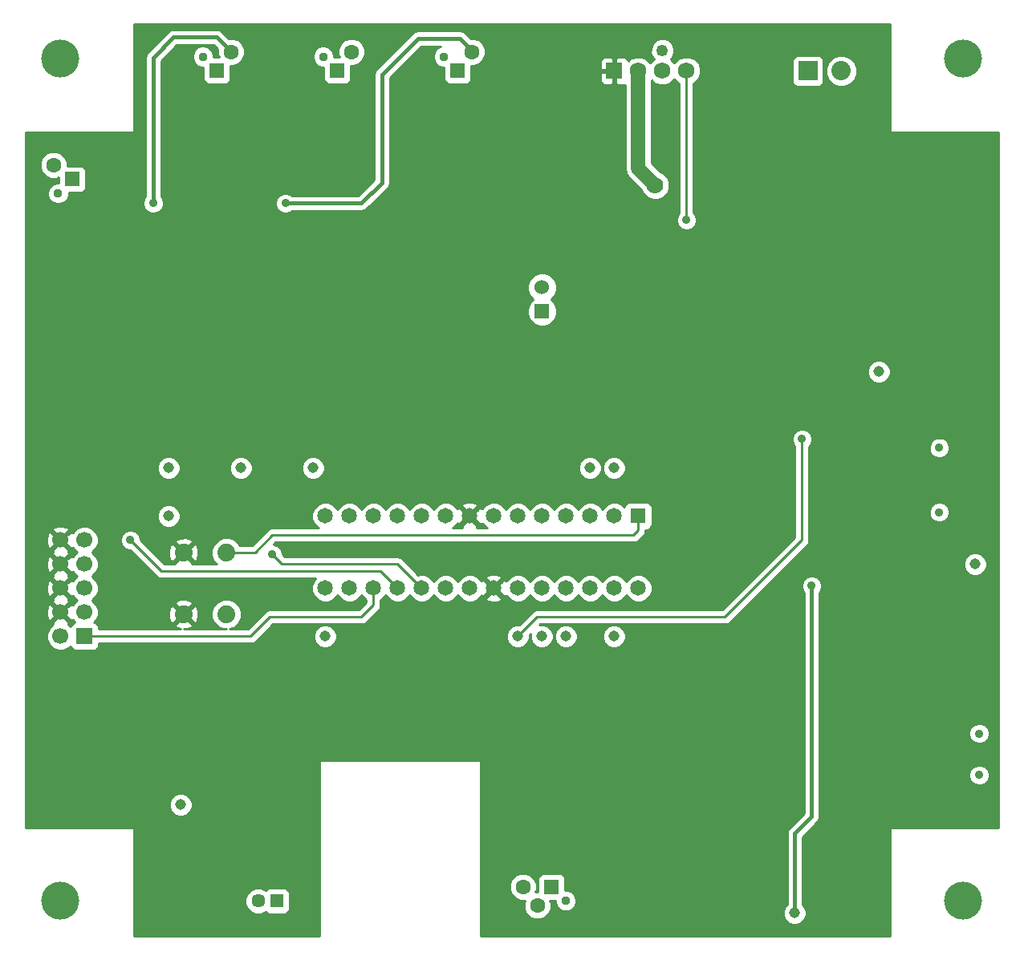
<source format=gbl>
G04 (created by PCBNEW (2013-mar-08)-testing) date Fri 08 Mar 2013 11:58:21 PM EST*
%MOIN*%
G04 Gerber Fmt 3.4, Leading zero omitted, Abs format*
%FSLAX34Y34*%
G01*
G70*
G90*
G04 APERTURE LIST*
%ADD10C,0.006*%
%ADD11R,0.06X0.06*%
%ADD12C,0.06*%
%ADD13C,0.045*%
%ADD14R,0.0669291X0.0669291*%
%ADD15C,0.0669291*%
%ADD16C,0.0649606*%
%ADD17R,0.0649606X0.0649606*%
%ADD18R,0.0570866X0.0570866*%
%ADD19C,0.0570866*%
%ADD20R,0.0688976X0.0688976*%
%ADD21C,0.0688976*%
%ADD22C,0.0492126*%
%ADD23R,0.0629921X0.0629921*%
%ADD24C,0.0374016*%
%ADD25C,0.0629921*%
%ADD26C,0.15748*%
%ADD27C,0.0354331*%
%ADD28C,0.08*%
%ADD29R,0.08X0.08*%
%ADD30C,0.074*%
%ADD31C,0.035*%
%ADD32C,0.07*%
%ADD33C,0.01*%
%ADD34C,0.015*%
%ADD35C,0.06*%
G04 APERTURE END LIST*
G54D10*
G54D11*
X61000Y-32500D03*
G54D12*
X61000Y-31500D03*
G54D13*
X64000Y-46000D03*
X71500Y-57500D03*
X62000Y-46000D03*
X79000Y-43000D03*
X75000Y-35000D03*
X52000Y-46000D03*
X46000Y-53000D03*
X64000Y-39000D03*
X63000Y-39000D03*
X48500Y-39000D03*
X51500Y-39000D03*
X45500Y-39000D03*
X45500Y-41000D03*
X60000Y-46000D03*
X61000Y-46000D03*
G54D14*
X42000Y-46000D03*
G54D15*
X42000Y-45000D03*
X42000Y-44000D03*
X42000Y-43000D03*
X42000Y-42000D03*
X41000Y-42000D03*
X41000Y-43000D03*
X41000Y-44000D03*
X41000Y-45000D03*
X41000Y-46000D03*
G54D16*
X64000Y-41000D03*
X63000Y-41000D03*
X62000Y-41000D03*
X61000Y-41000D03*
X60000Y-41000D03*
X59000Y-41000D03*
X58000Y-41000D03*
X57000Y-41000D03*
X56000Y-41000D03*
X55000Y-41000D03*
X54000Y-41000D03*
X53000Y-41000D03*
X52000Y-41000D03*
G54D17*
X65000Y-41000D03*
G54D16*
X52000Y-44000D03*
X53000Y-44000D03*
X54000Y-44000D03*
X55000Y-44000D03*
X56000Y-44000D03*
X57000Y-44000D03*
X58000Y-44000D03*
X59000Y-44000D03*
X60000Y-44000D03*
X61000Y-44000D03*
X62000Y-44000D03*
X63000Y-44000D03*
X64000Y-44000D03*
X65000Y-44000D03*
G54D18*
X49993Y-57000D03*
G54D19*
X49206Y-57000D03*
G54D20*
X64000Y-22500D03*
G54D21*
X65000Y-22500D03*
X66000Y-22500D03*
X67000Y-22500D03*
G54D22*
X66000Y-21650D03*
G54D23*
X41493Y-27000D03*
G54D24*
X40903Y-27590D03*
G54D25*
X40706Y-26409D03*
G54D23*
X57500Y-22493D03*
G54D24*
X56909Y-21903D03*
G54D25*
X58090Y-21706D03*
G54D23*
X52500Y-22493D03*
G54D24*
X51909Y-21903D03*
G54D25*
X53090Y-21706D03*
G54D23*
X47500Y-22493D03*
G54D24*
X46909Y-21903D03*
G54D25*
X48090Y-21706D03*
G54D23*
X61400Y-56406D03*
G54D24*
X61990Y-56996D03*
G54D25*
X60809Y-57193D03*
X60214Y-56406D03*
G54D26*
X78500Y-57000D03*
X78500Y-22000D03*
X41000Y-57000D03*
X41000Y-22000D03*
G54D27*
X79165Y-51766D03*
X79165Y-50034D03*
G54D28*
X73427Y-22500D03*
G54D29*
X72050Y-22500D03*
G54D30*
X47890Y-42520D03*
X47890Y-45080D03*
X46110Y-42520D03*
X46110Y-45080D03*
G54D27*
X77500Y-40838D03*
X77500Y-38161D03*
G54D31*
X71800Y-37800D03*
X43900Y-42000D03*
X49800Y-42600D03*
X72200Y-43900D03*
X55600Y-50600D03*
X41600Y-53400D03*
G54D32*
X66050Y-26250D03*
X77500Y-28800D03*
G54D31*
X66000Y-56300D03*
X73200Y-53750D03*
X76300Y-50250D03*
X73500Y-43900D03*
X69500Y-42600D03*
X73000Y-35100D03*
X68000Y-35100D03*
X65500Y-33550D03*
X48500Y-29100D03*
X63000Y-33550D03*
X42500Y-29100D03*
X45500Y-29100D03*
X51500Y-29150D03*
X56500Y-32200D03*
G54D32*
X65700Y-27250D03*
G54D31*
X67000Y-28700D03*
X50350Y-28000D03*
X44850Y-28000D03*
G54D33*
X60000Y-46000D02*
X60800Y-45200D01*
X71800Y-42000D02*
X71800Y-37800D01*
X68600Y-45200D02*
X71800Y-42000D01*
X60800Y-45200D02*
X68600Y-45200D01*
X55000Y-44000D02*
X54300Y-43300D01*
X45200Y-43300D02*
X43900Y-42000D01*
X54300Y-43300D02*
X45200Y-43300D01*
X42000Y-46000D02*
X48900Y-46000D01*
X54000Y-44700D02*
X54000Y-44000D01*
X53500Y-45200D02*
X54000Y-44700D01*
X49700Y-45200D02*
X53500Y-45200D01*
X48900Y-46000D02*
X49700Y-45200D01*
X55000Y-43000D02*
X56000Y-44000D01*
X50200Y-43000D02*
X55000Y-43000D01*
X49800Y-42600D02*
X50200Y-43000D01*
G54D34*
X71500Y-57500D02*
X71500Y-54200D01*
X72200Y-53500D02*
X72200Y-43900D01*
X71500Y-54200D02*
X72200Y-53500D01*
G54D33*
X47890Y-42520D02*
X49080Y-42520D01*
X65000Y-41600D02*
X65000Y-41000D01*
X64800Y-41800D02*
X65000Y-41600D01*
X49800Y-41800D02*
X64800Y-41800D01*
X49080Y-42520D02*
X49800Y-41800D01*
G54D35*
X65000Y-26550D02*
X65000Y-22500D01*
X65700Y-27250D02*
X65000Y-26550D01*
G54D33*
X67000Y-28700D02*
X67000Y-22500D01*
G54D34*
X58090Y-21706D02*
X58090Y-21640D01*
X53500Y-28000D02*
X50350Y-28000D01*
X54350Y-27150D02*
X53500Y-28000D01*
X54350Y-22650D02*
X54350Y-27150D01*
X55850Y-21150D02*
X54350Y-22650D01*
X57600Y-21150D02*
X55850Y-21150D01*
X58090Y-21640D02*
X57600Y-21150D01*
X48090Y-21706D02*
X48090Y-21690D01*
X44850Y-21950D02*
X44850Y-28000D01*
X45700Y-21100D02*
X44850Y-21950D01*
X47500Y-21100D02*
X45700Y-21100D01*
X48090Y-21690D02*
X47500Y-21100D01*
G54D10*
G36*
X79950Y-53950D02*
X79592Y-53950D01*
X79592Y-51681D01*
X79592Y-49949D01*
X79527Y-49792D01*
X79475Y-49739D01*
X79475Y-42905D01*
X79402Y-42731D01*
X79269Y-42597D01*
X79094Y-42525D01*
X78905Y-42524D01*
X78731Y-42597D01*
X78597Y-42730D01*
X78525Y-42905D01*
X78524Y-43094D01*
X78597Y-43268D01*
X78730Y-43402D01*
X78905Y-43474D01*
X79094Y-43475D01*
X79268Y-43402D01*
X79402Y-43269D01*
X79474Y-43094D01*
X79475Y-42905D01*
X79475Y-49739D01*
X79407Y-49672D01*
X79250Y-49606D01*
X79080Y-49606D01*
X78923Y-49671D01*
X78803Y-49791D01*
X78737Y-49948D01*
X78737Y-50118D01*
X78802Y-50275D01*
X78922Y-50395D01*
X79079Y-50461D01*
X79249Y-50461D01*
X79406Y-50396D01*
X79526Y-50276D01*
X79592Y-50119D01*
X79592Y-49949D01*
X79592Y-51681D01*
X79527Y-51524D01*
X79407Y-51404D01*
X79250Y-51338D01*
X79080Y-51338D01*
X78923Y-51403D01*
X78803Y-51523D01*
X78737Y-51680D01*
X78737Y-51850D01*
X78802Y-52007D01*
X78922Y-52127D01*
X79079Y-52193D01*
X79249Y-52193D01*
X79406Y-52128D01*
X79526Y-52008D01*
X79592Y-51851D01*
X79592Y-51681D01*
X79592Y-53950D01*
X77927Y-53950D01*
X77927Y-40753D01*
X77927Y-38076D01*
X77862Y-37919D01*
X77742Y-37799D01*
X77585Y-37734D01*
X77415Y-37734D01*
X77258Y-37799D01*
X77138Y-37919D01*
X77072Y-38076D01*
X77072Y-38246D01*
X77137Y-38403D01*
X77257Y-38523D01*
X77414Y-38588D01*
X77584Y-38588D01*
X77741Y-38523D01*
X77861Y-38403D01*
X77927Y-38246D01*
X77927Y-38076D01*
X77927Y-40753D01*
X77862Y-40596D01*
X77742Y-40476D01*
X77585Y-40411D01*
X77415Y-40411D01*
X77258Y-40476D01*
X77138Y-40596D01*
X77072Y-40753D01*
X77072Y-40923D01*
X77137Y-41080D01*
X77257Y-41200D01*
X77414Y-41265D01*
X77584Y-41265D01*
X77741Y-41200D01*
X77861Y-41080D01*
X77927Y-40923D01*
X77927Y-40753D01*
X77927Y-53950D01*
X75475Y-53950D01*
X75475Y-34905D01*
X75402Y-34731D01*
X75269Y-34597D01*
X75094Y-34525D01*
X74905Y-34524D01*
X74731Y-34597D01*
X74597Y-34730D01*
X74525Y-34905D01*
X74524Y-35094D01*
X74597Y-35268D01*
X74730Y-35402D01*
X74905Y-35474D01*
X75094Y-35475D01*
X75268Y-35402D01*
X75402Y-35269D01*
X75474Y-35094D01*
X75475Y-34905D01*
X75475Y-53950D01*
X75450Y-53950D01*
X75450Y-58450D01*
X74077Y-58450D01*
X74077Y-22371D01*
X73978Y-22132D01*
X73795Y-21949D01*
X73556Y-21850D01*
X73298Y-21849D01*
X73059Y-21948D01*
X72876Y-22131D01*
X72777Y-22370D01*
X72776Y-22628D01*
X72875Y-22867D01*
X73058Y-23050D01*
X73297Y-23149D01*
X73555Y-23150D01*
X73794Y-23051D01*
X73977Y-22868D01*
X74076Y-22629D01*
X74077Y-22371D01*
X74077Y-58450D01*
X72700Y-58450D01*
X72700Y-22850D01*
X72700Y-22050D01*
X72662Y-21958D01*
X72591Y-21888D01*
X72499Y-21850D01*
X72400Y-21849D01*
X71600Y-21849D01*
X71508Y-21887D01*
X71438Y-21958D01*
X71400Y-22050D01*
X71399Y-22149D01*
X71399Y-22949D01*
X71437Y-23041D01*
X71508Y-23111D01*
X71600Y-23149D01*
X71699Y-23150D01*
X72499Y-23150D01*
X72591Y-23112D01*
X72661Y-23041D01*
X72699Y-22949D01*
X72700Y-22850D01*
X72700Y-58450D01*
X72625Y-58450D01*
X72625Y-43815D01*
X72560Y-43659D01*
X72441Y-43539D01*
X72284Y-43475D01*
X72225Y-43475D01*
X72225Y-37715D01*
X72160Y-37559D01*
X72041Y-37439D01*
X71884Y-37375D01*
X71715Y-37374D01*
X71559Y-37439D01*
X71439Y-37558D01*
X71375Y-37715D01*
X71374Y-37884D01*
X71439Y-38040D01*
X71500Y-38101D01*
X71500Y-41875D01*
X68475Y-44900D01*
X67594Y-44900D01*
X67594Y-22382D01*
X67504Y-22163D01*
X67337Y-21996D01*
X67118Y-21905D01*
X66882Y-21905D01*
X66663Y-21995D01*
X66499Y-22159D01*
X66346Y-22005D01*
X66420Y-21931D01*
X66495Y-21749D01*
X66496Y-21551D01*
X66420Y-21369D01*
X66281Y-21229D01*
X66099Y-21154D01*
X65901Y-21153D01*
X65719Y-21229D01*
X65579Y-21368D01*
X65504Y-21550D01*
X65503Y-21748D01*
X65579Y-21930D01*
X65653Y-22005D01*
X65499Y-22159D01*
X65337Y-21996D01*
X65118Y-21905D01*
X64882Y-21905D01*
X64663Y-21995D01*
X64582Y-22076D01*
X64556Y-22013D01*
X64485Y-21943D01*
X64393Y-21905D01*
X64112Y-21905D01*
X64050Y-21968D01*
X64050Y-22450D01*
X64057Y-22450D01*
X64057Y-22550D01*
X64050Y-22550D01*
X64050Y-23031D01*
X64112Y-23094D01*
X64393Y-23094D01*
X64450Y-23071D01*
X64450Y-26550D01*
X64491Y-26760D01*
X64611Y-26938D01*
X65141Y-27469D01*
X65191Y-27589D01*
X65359Y-27758D01*
X65580Y-27849D01*
X65818Y-27850D01*
X66039Y-27758D01*
X66208Y-27590D01*
X66299Y-27369D01*
X66300Y-27131D01*
X66208Y-26910D01*
X66040Y-26741D01*
X65919Y-26691D01*
X65550Y-26322D01*
X65550Y-22890D01*
X65662Y-23003D01*
X65881Y-23094D01*
X66117Y-23094D01*
X66336Y-23004D01*
X66500Y-22840D01*
X66662Y-23003D01*
X66700Y-23019D01*
X66700Y-28398D01*
X66639Y-28458D01*
X66575Y-28615D01*
X66574Y-28784D01*
X66639Y-28940D01*
X66758Y-29060D01*
X66915Y-29124D01*
X67084Y-29125D01*
X67240Y-29060D01*
X67360Y-28941D01*
X67424Y-28784D01*
X67425Y-28615D01*
X67360Y-28459D01*
X67300Y-28398D01*
X67300Y-23019D01*
X67336Y-23004D01*
X67503Y-22837D01*
X67594Y-22618D01*
X67594Y-22382D01*
X67594Y-44900D01*
X65574Y-44900D01*
X65574Y-43886D01*
X65574Y-43886D01*
X65574Y-41275D01*
X65574Y-40625D01*
X65536Y-40533D01*
X65466Y-40463D01*
X65374Y-40425D01*
X65275Y-40425D01*
X64625Y-40425D01*
X64533Y-40463D01*
X64475Y-40521D01*
X64475Y-38905D01*
X64402Y-38731D01*
X64269Y-38597D01*
X64094Y-38525D01*
X63950Y-38524D01*
X63950Y-23031D01*
X63950Y-22550D01*
X63950Y-22450D01*
X63950Y-21968D01*
X63887Y-21905D01*
X63606Y-21905D01*
X63514Y-21943D01*
X63443Y-22013D01*
X63405Y-22105D01*
X63405Y-22205D01*
X63405Y-22387D01*
X63468Y-22450D01*
X63950Y-22450D01*
X63950Y-22550D01*
X63468Y-22550D01*
X63405Y-22612D01*
X63405Y-22794D01*
X63405Y-22894D01*
X63443Y-22986D01*
X63514Y-23056D01*
X63606Y-23094D01*
X63887Y-23094D01*
X63950Y-23031D01*
X63950Y-38524D01*
X63905Y-38524D01*
X63731Y-38597D01*
X63597Y-38730D01*
X63525Y-38905D01*
X63524Y-39094D01*
X63597Y-39268D01*
X63730Y-39402D01*
X63905Y-39474D01*
X64094Y-39475D01*
X64268Y-39402D01*
X64402Y-39269D01*
X64474Y-39094D01*
X64475Y-38905D01*
X64475Y-40521D01*
X64463Y-40533D01*
X64429Y-40616D01*
X64326Y-40512D01*
X64114Y-40425D01*
X63886Y-40425D01*
X63674Y-40512D01*
X63512Y-40673D01*
X63500Y-40705D01*
X63487Y-40674D01*
X63475Y-40662D01*
X63475Y-38905D01*
X63402Y-38731D01*
X63269Y-38597D01*
X63094Y-38525D01*
X62905Y-38524D01*
X62731Y-38597D01*
X62597Y-38730D01*
X62525Y-38905D01*
X62524Y-39094D01*
X62597Y-39268D01*
X62730Y-39402D01*
X62905Y-39474D01*
X63094Y-39475D01*
X63268Y-39402D01*
X63402Y-39269D01*
X63474Y-39094D01*
X63475Y-38905D01*
X63475Y-40662D01*
X63326Y-40512D01*
X63114Y-40425D01*
X62886Y-40425D01*
X62674Y-40512D01*
X62512Y-40673D01*
X62500Y-40705D01*
X62487Y-40674D01*
X62326Y-40512D01*
X62114Y-40425D01*
X61886Y-40425D01*
X61674Y-40512D01*
X61620Y-40567D01*
X61620Y-32377D01*
X61525Y-32149D01*
X61376Y-31999D01*
X61525Y-31851D01*
X61619Y-31623D01*
X61620Y-31377D01*
X61525Y-31149D01*
X61351Y-30974D01*
X61123Y-30880D01*
X60877Y-30879D01*
X60649Y-30974D01*
X60474Y-31148D01*
X60380Y-31376D01*
X60379Y-31622D01*
X60474Y-31850D01*
X60623Y-32000D01*
X60474Y-32148D01*
X60380Y-32376D01*
X60379Y-32622D01*
X60474Y-32850D01*
X60648Y-33025D01*
X60876Y-33119D01*
X61122Y-33120D01*
X61350Y-33025D01*
X61525Y-32851D01*
X61619Y-32623D01*
X61620Y-32377D01*
X61620Y-40567D01*
X61512Y-40673D01*
X61500Y-40705D01*
X61487Y-40674D01*
X61326Y-40512D01*
X61114Y-40425D01*
X60886Y-40425D01*
X60674Y-40512D01*
X60512Y-40673D01*
X60500Y-40705D01*
X60487Y-40674D01*
X60326Y-40512D01*
X60114Y-40425D01*
X59886Y-40425D01*
X59674Y-40512D01*
X59512Y-40673D01*
X59500Y-40705D01*
X59487Y-40674D01*
X59326Y-40512D01*
X59114Y-40425D01*
X58886Y-40425D01*
X58674Y-40512D01*
X58655Y-40531D01*
X58655Y-21594D01*
X58569Y-21386D01*
X58410Y-21227D01*
X58203Y-21141D01*
X58050Y-21141D01*
X57829Y-20920D01*
X57724Y-20849D01*
X57600Y-20825D01*
X55850Y-20825D01*
X55725Y-20849D01*
X55620Y-20920D01*
X55620Y-20920D01*
X54120Y-22420D01*
X54049Y-22525D01*
X54025Y-22650D01*
X54025Y-27015D01*
X53655Y-27384D01*
X53655Y-21594D01*
X53569Y-21386D01*
X53410Y-21227D01*
X53203Y-21141D01*
X52978Y-21141D01*
X52770Y-21227D01*
X52611Y-21385D01*
X52525Y-21593D01*
X52525Y-21818D01*
X52571Y-21928D01*
X52346Y-21928D01*
X52346Y-21816D01*
X52280Y-21655D01*
X52157Y-21532D01*
X51996Y-21466D01*
X51822Y-21466D01*
X51662Y-21532D01*
X51539Y-21655D01*
X51472Y-21815D01*
X51472Y-21989D01*
X51538Y-22150D01*
X51661Y-22273D01*
X51822Y-22340D01*
X51934Y-22340D01*
X51934Y-22858D01*
X51972Y-22950D01*
X52043Y-23020D01*
X52135Y-23058D01*
X52234Y-23058D01*
X52864Y-23058D01*
X52956Y-23020D01*
X53026Y-22950D01*
X53064Y-22858D01*
X53065Y-22759D01*
X53065Y-22271D01*
X53202Y-22271D01*
X53410Y-22185D01*
X53569Y-22026D01*
X53655Y-21819D01*
X53655Y-21594D01*
X53655Y-27384D01*
X53365Y-27675D01*
X50626Y-27675D01*
X50591Y-27639D01*
X50434Y-27575D01*
X50265Y-27574D01*
X50109Y-27639D01*
X49989Y-27758D01*
X49925Y-27915D01*
X49924Y-28084D01*
X49989Y-28240D01*
X50108Y-28360D01*
X50265Y-28424D01*
X50434Y-28425D01*
X50590Y-28360D01*
X50625Y-28325D01*
X53500Y-28325D01*
X53624Y-28300D01*
X53624Y-28300D01*
X53729Y-28229D01*
X54579Y-27379D01*
X54650Y-27274D01*
X54650Y-27274D01*
X54675Y-27150D01*
X54675Y-22784D01*
X55984Y-21475D01*
X56801Y-21475D01*
X56662Y-21532D01*
X56539Y-21655D01*
X56472Y-21815D01*
X56472Y-21989D01*
X56538Y-22150D01*
X56661Y-22273D01*
X56822Y-22340D01*
X56934Y-22340D01*
X56934Y-22858D01*
X56972Y-22950D01*
X57043Y-23020D01*
X57135Y-23058D01*
X57234Y-23058D01*
X57864Y-23058D01*
X57956Y-23020D01*
X58026Y-22950D01*
X58064Y-22858D01*
X58065Y-22759D01*
X58065Y-22271D01*
X58202Y-22271D01*
X58410Y-22185D01*
X58569Y-22026D01*
X58655Y-21819D01*
X58655Y-21594D01*
X58655Y-40531D01*
X58512Y-40673D01*
X58502Y-40699D01*
X58501Y-40697D01*
X58403Y-40666D01*
X58333Y-40737D01*
X58333Y-40596D01*
X58302Y-40498D01*
X58087Y-40420D01*
X57859Y-40431D01*
X57697Y-40498D01*
X57666Y-40596D01*
X58000Y-40929D01*
X58333Y-40596D01*
X58333Y-40737D01*
X58070Y-41000D01*
X58403Y-41333D01*
X58501Y-41302D01*
X58502Y-41301D01*
X58512Y-41325D01*
X58673Y-41487D01*
X58705Y-41500D01*
X58303Y-41500D01*
X58333Y-41403D01*
X58000Y-41070D01*
X57666Y-41403D01*
X57696Y-41500D01*
X57295Y-41500D01*
X57325Y-41487D01*
X57487Y-41326D01*
X57497Y-41300D01*
X57498Y-41302D01*
X57596Y-41333D01*
X57929Y-41000D01*
X57596Y-40666D01*
X57498Y-40697D01*
X57497Y-40698D01*
X57487Y-40674D01*
X57326Y-40512D01*
X57114Y-40425D01*
X56886Y-40425D01*
X56674Y-40512D01*
X56512Y-40673D01*
X56500Y-40705D01*
X56487Y-40674D01*
X56326Y-40512D01*
X56114Y-40425D01*
X55886Y-40425D01*
X55674Y-40512D01*
X55512Y-40673D01*
X55500Y-40705D01*
X55487Y-40674D01*
X55326Y-40512D01*
X55114Y-40425D01*
X54886Y-40425D01*
X54674Y-40512D01*
X54512Y-40673D01*
X54500Y-40705D01*
X54487Y-40674D01*
X54326Y-40512D01*
X54114Y-40425D01*
X53886Y-40425D01*
X53674Y-40512D01*
X53512Y-40673D01*
X53500Y-40705D01*
X53487Y-40674D01*
X53326Y-40512D01*
X53114Y-40425D01*
X52886Y-40425D01*
X52674Y-40512D01*
X52512Y-40673D01*
X52500Y-40705D01*
X52487Y-40674D01*
X52326Y-40512D01*
X52114Y-40425D01*
X51975Y-40425D01*
X51975Y-38905D01*
X51902Y-38731D01*
X51769Y-38597D01*
X51594Y-38525D01*
X51405Y-38524D01*
X51231Y-38597D01*
X51097Y-38730D01*
X51025Y-38905D01*
X51024Y-39094D01*
X51097Y-39268D01*
X51230Y-39402D01*
X51405Y-39474D01*
X51594Y-39475D01*
X51768Y-39402D01*
X51902Y-39269D01*
X51974Y-39094D01*
X51975Y-38905D01*
X51975Y-40425D01*
X51886Y-40425D01*
X51674Y-40512D01*
X51512Y-40673D01*
X51425Y-40885D01*
X51425Y-41113D01*
X51512Y-41325D01*
X51673Y-41487D01*
X51705Y-41500D01*
X49800Y-41500D01*
X49685Y-41522D01*
X49587Y-41587D01*
X48975Y-42200D01*
X48975Y-38905D01*
X48902Y-38731D01*
X48769Y-38597D01*
X48655Y-38550D01*
X48655Y-21594D01*
X48569Y-21386D01*
X48410Y-21227D01*
X48203Y-21141D01*
X48000Y-21141D01*
X47729Y-20870D01*
X47624Y-20799D01*
X47500Y-20775D01*
X45700Y-20775D01*
X45575Y-20799D01*
X45470Y-20870D01*
X44620Y-21720D01*
X44549Y-21825D01*
X44525Y-21950D01*
X44525Y-27723D01*
X44489Y-27758D01*
X44425Y-27915D01*
X44424Y-28084D01*
X44489Y-28240D01*
X44608Y-28360D01*
X44765Y-28424D01*
X44934Y-28425D01*
X45090Y-28360D01*
X45210Y-28241D01*
X45274Y-28084D01*
X45275Y-27915D01*
X45210Y-27759D01*
X45175Y-27724D01*
X45175Y-22084D01*
X45834Y-21425D01*
X47365Y-21425D01*
X47528Y-21587D01*
X47525Y-21593D01*
X47525Y-21818D01*
X47571Y-21928D01*
X47346Y-21928D01*
X47346Y-21816D01*
X47280Y-21655D01*
X47157Y-21532D01*
X46996Y-21466D01*
X46822Y-21466D01*
X46662Y-21532D01*
X46539Y-21655D01*
X46472Y-21815D01*
X46472Y-21989D01*
X46538Y-22150D01*
X46661Y-22273D01*
X46822Y-22340D01*
X46934Y-22340D01*
X46934Y-22858D01*
X46972Y-22950D01*
X47043Y-23020D01*
X47135Y-23058D01*
X47234Y-23058D01*
X47864Y-23058D01*
X47956Y-23020D01*
X48026Y-22950D01*
X48064Y-22858D01*
X48065Y-22759D01*
X48065Y-22271D01*
X48202Y-22271D01*
X48410Y-22185D01*
X48569Y-22026D01*
X48655Y-21819D01*
X48655Y-21594D01*
X48655Y-38550D01*
X48594Y-38525D01*
X48405Y-38524D01*
X48231Y-38597D01*
X48097Y-38730D01*
X48025Y-38905D01*
X48024Y-39094D01*
X48097Y-39268D01*
X48230Y-39402D01*
X48405Y-39474D01*
X48594Y-39475D01*
X48768Y-39402D01*
X48902Y-39269D01*
X48974Y-39094D01*
X48975Y-38905D01*
X48975Y-42200D01*
X48955Y-42220D01*
X48436Y-42220D01*
X48415Y-42169D01*
X48241Y-41994D01*
X48013Y-41900D01*
X47767Y-41899D01*
X47539Y-41994D01*
X47364Y-42168D01*
X47270Y-42396D01*
X47269Y-42642D01*
X47364Y-42870D01*
X47493Y-43000D01*
X46734Y-43000D01*
X46734Y-42618D01*
X46724Y-42372D01*
X46649Y-42190D01*
X46546Y-42154D01*
X46475Y-42224D01*
X46475Y-42083D01*
X46439Y-41980D01*
X46208Y-41895D01*
X45975Y-41904D01*
X45975Y-40905D01*
X45975Y-38905D01*
X45902Y-38731D01*
X45769Y-38597D01*
X45594Y-38525D01*
X45405Y-38524D01*
X45231Y-38597D01*
X45097Y-38730D01*
X45025Y-38905D01*
X45024Y-39094D01*
X45097Y-39268D01*
X45230Y-39402D01*
X45405Y-39474D01*
X45594Y-39475D01*
X45768Y-39402D01*
X45902Y-39269D01*
X45974Y-39094D01*
X45975Y-38905D01*
X45975Y-40905D01*
X45902Y-40731D01*
X45769Y-40597D01*
X45594Y-40525D01*
X45405Y-40524D01*
X45231Y-40597D01*
X45097Y-40730D01*
X45025Y-40905D01*
X45024Y-41094D01*
X45097Y-41268D01*
X45230Y-41402D01*
X45405Y-41474D01*
X45594Y-41475D01*
X45768Y-41402D01*
X45902Y-41269D01*
X45974Y-41094D01*
X45975Y-40905D01*
X45975Y-41904D01*
X45962Y-41905D01*
X45780Y-41980D01*
X45744Y-42083D01*
X46110Y-42449D01*
X46475Y-42083D01*
X46475Y-42224D01*
X46180Y-42520D01*
X46546Y-42885D01*
X46649Y-42849D01*
X46734Y-42618D01*
X46734Y-43000D01*
X46460Y-43000D01*
X46475Y-42956D01*
X46110Y-42590D01*
X46039Y-42661D01*
X46039Y-42520D01*
X45673Y-42154D01*
X45570Y-42190D01*
X45485Y-42421D01*
X45495Y-42667D01*
X45570Y-42849D01*
X45673Y-42885D01*
X46039Y-42520D01*
X46039Y-42661D01*
X45744Y-42956D01*
X45759Y-43000D01*
X45324Y-43000D01*
X44324Y-42000D01*
X44325Y-41915D01*
X44260Y-41759D01*
X44141Y-41639D01*
X43984Y-41575D01*
X43815Y-41574D01*
X43659Y-41639D01*
X43539Y-41758D01*
X43475Y-41915D01*
X43474Y-42084D01*
X43539Y-42240D01*
X43658Y-42360D01*
X43815Y-42424D01*
X43900Y-42425D01*
X44987Y-43512D01*
X45085Y-43577D01*
X45200Y-43600D01*
X51587Y-43600D01*
X51512Y-43673D01*
X51425Y-43885D01*
X51425Y-44113D01*
X51512Y-44325D01*
X51673Y-44487D01*
X51885Y-44574D01*
X52113Y-44574D01*
X52325Y-44487D01*
X52487Y-44326D01*
X52499Y-44294D01*
X52512Y-44325D01*
X52673Y-44487D01*
X52885Y-44574D01*
X53113Y-44574D01*
X53325Y-44487D01*
X53487Y-44326D01*
X53499Y-44294D01*
X53512Y-44325D01*
X53673Y-44487D01*
X53700Y-44497D01*
X53700Y-44575D01*
X53375Y-44900D01*
X49700Y-44900D01*
X49585Y-44922D01*
X49487Y-44987D01*
X48775Y-45700D01*
X48013Y-45700D01*
X48240Y-45605D01*
X48415Y-45431D01*
X48509Y-45203D01*
X48510Y-44957D01*
X48415Y-44729D01*
X48241Y-44554D01*
X48013Y-44460D01*
X47767Y-44459D01*
X47539Y-44554D01*
X47364Y-44728D01*
X47270Y-44956D01*
X47269Y-45202D01*
X47364Y-45430D01*
X47538Y-45605D01*
X47766Y-45699D01*
X47889Y-45700D01*
X46734Y-45700D01*
X46734Y-45178D01*
X46724Y-44932D01*
X46649Y-44750D01*
X46546Y-44714D01*
X46475Y-44784D01*
X46475Y-44643D01*
X46439Y-44540D01*
X46208Y-44455D01*
X45962Y-44465D01*
X45780Y-44540D01*
X45744Y-44643D01*
X46110Y-45009D01*
X46475Y-44643D01*
X46475Y-44784D01*
X46180Y-45080D01*
X46546Y-45445D01*
X46649Y-45409D01*
X46734Y-45178D01*
X46734Y-45700D01*
X46122Y-45700D01*
X46257Y-45694D01*
X46439Y-45619D01*
X46475Y-45516D01*
X46110Y-45150D01*
X46039Y-45221D01*
X46039Y-45080D01*
X45673Y-44714D01*
X45570Y-44750D01*
X45485Y-44981D01*
X45495Y-45227D01*
X45570Y-45409D01*
X45673Y-45445D01*
X46039Y-45080D01*
X46039Y-45221D01*
X45744Y-45516D01*
X45780Y-45619D01*
X45999Y-45700D01*
X42584Y-45700D01*
X42584Y-45615D01*
X42546Y-45523D01*
X42476Y-45453D01*
X42403Y-45423D01*
X42495Y-45331D01*
X42584Y-45116D01*
X42584Y-44884D01*
X42495Y-44669D01*
X42331Y-44504D01*
X42320Y-44500D01*
X42330Y-44495D01*
X42495Y-44331D01*
X42584Y-44116D01*
X42584Y-43884D01*
X42495Y-43669D01*
X42331Y-43504D01*
X42320Y-43500D01*
X42330Y-43495D01*
X42495Y-43331D01*
X42584Y-43116D01*
X42584Y-42884D01*
X42495Y-42669D01*
X42331Y-42504D01*
X42320Y-42500D01*
X42330Y-42495D01*
X42495Y-42331D01*
X42584Y-42116D01*
X42584Y-41884D01*
X42495Y-41669D01*
X42331Y-41504D01*
X42116Y-41415D01*
X42058Y-41415D01*
X42058Y-27265D01*
X42058Y-26635D01*
X42020Y-26543D01*
X41950Y-26473D01*
X41858Y-26435D01*
X41759Y-26434D01*
X41271Y-26434D01*
X41271Y-26297D01*
X41185Y-26089D01*
X41026Y-25930D01*
X40819Y-25844D01*
X40594Y-25844D01*
X40386Y-25930D01*
X40227Y-26089D01*
X40141Y-26296D01*
X40141Y-26521D01*
X40227Y-26729D01*
X40385Y-26888D01*
X40593Y-26974D01*
X40818Y-26974D01*
X40928Y-26928D01*
X40928Y-27153D01*
X40816Y-27153D01*
X40655Y-27219D01*
X40532Y-27342D01*
X40466Y-27503D01*
X40466Y-27677D01*
X40532Y-27837D01*
X40655Y-27960D01*
X40815Y-28027D01*
X40989Y-28027D01*
X41150Y-27961D01*
X41273Y-27838D01*
X41340Y-27677D01*
X41340Y-27565D01*
X41858Y-27565D01*
X41950Y-27527D01*
X42020Y-27456D01*
X42058Y-27364D01*
X42058Y-27265D01*
X42058Y-41415D01*
X41884Y-41415D01*
X41669Y-41504D01*
X41504Y-41668D01*
X41496Y-41687D01*
X41411Y-41659D01*
X41340Y-41730D01*
X41340Y-41588D01*
X41308Y-41490D01*
X41090Y-41410D01*
X40857Y-41421D01*
X40691Y-41490D01*
X40659Y-41588D01*
X41000Y-41929D01*
X41340Y-41588D01*
X41340Y-41730D01*
X41070Y-42000D01*
X41411Y-42340D01*
X41496Y-42312D01*
X41504Y-42330D01*
X41668Y-42495D01*
X41679Y-42499D01*
X41669Y-42504D01*
X41504Y-42668D01*
X41496Y-42687D01*
X41411Y-42659D01*
X41340Y-42730D01*
X41340Y-42588D01*
X41311Y-42500D01*
X41340Y-42411D01*
X41000Y-42070D01*
X40929Y-42141D01*
X40929Y-42000D01*
X40588Y-41659D01*
X40490Y-41691D01*
X40410Y-41909D01*
X40421Y-42142D01*
X40490Y-42308D01*
X40588Y-42340D01*
X40929Y-42000D01*
X40929Y-42141D01*
X40659Y-42411D01*
X40688Y-42500D01*
X40659Y-42588D01*
X41000Y-42929D01*
X41340Y-42588D01*
X41340Y-42730D01*
X41070Y-43000D01*
X41411Y-43340D01*
X41496Y-43312D01*
X41504Y-43330D01*
X41668Y-43495D01*
X41679Y-43499D01*
X41669Y-43504D01*
X41504Y-43668D01*
X41496Y-43687D01*
X41411Y-43659D01*
X41340Y-43730D01*
X41340Y-43588D01*
X41311Y-43500D01*
X41340Y-43411D01*
X41000Y-43070D01*
X40929Y-43141D01*
X40929Y-43000D01*
X40588Y-42659D01*
X40490Y-42691D01*
X40410Y-42909D01*
X40421Y-43142D01*
X40490Y-43308D01*
X40588Y-43340D01*
X40929Y-43000D01*
X40929Y-43141D01*
X40659Y-43411D01*
X40688Y-43500D01*
X40659Y-43588D01*
X41000Y-43929D01*
X41340Y-43588D01*
X41340Y-43730D01*
X41070Y-44000D01*
X41411Y-44340D01*
X41496Y-44312D01*
X41504Y-44330D01*
X41668Y-44495D01*
X41679Y-44499D01*
X41669Y-44504D01*
X41504Y-44668D01*
X41496Y-44687D01*
X41411Y-44659D01*
X41340Y-44730D01*
X41340Y-44588D01*
X41311Y-44500D01*
X41340Y-44411D01*
X41000Y-44070D01*
X40929Y-44141D01*
X40929Y-44000D01*
X40588Y-43659D01*
X40490Y-43691D01*
X40410Y-43909D01*
X40421Y-44142D01*
X40490Y-44308D01*
X40588Y-44340D01*
X40929Y-44000D01*
X40929Y-44141D01*
X40659Y-44411D01*
X40688Y-44500D01*
X40659Y-44588D01*
X41000Y-44929D01*
X41340Y-44588D01*
X41340Y-44730D01*
X41070Y-45000D01*
X41411Y-45340D01*
X41496Y-45312D01*
X41504Y-45330D01*
X41596Y-45423D01*
X41523Y-45453D01*
X41453Y-45523D01*
X41423Y-45596D01*
X41331Y-45504D01*
X41312Y-45496D01*
X41340Y-45411D01*
X41000Y-45070D01*
X40929Y-45141D01*
X40929Y-45000D01*
X40588Y-44659D01*
X40490Y-44691D01*
X40410Y-44909D01*
X40421Y-45142D01*
X40490Y-45308D01*
X40588Y-45340D01*
X40929Y-45000D01*
X40929Y-45141D01*
X40659Y-45411D01*
X40687Y-45496D01*
X40669Y-45504D01*
X40504Y-45668D01*
X40415Y-45883D01*
X40415Y-46115D01*
X40504Y-46330D01*
X40668Y-46495D01*
X40883Y-46584D01*
X41115Y-46584D01*
X41330Y-46495D01*
X41423Y-46403D01*
X41453Y-46476D01*
X41523Y-46546D01*
X41615Y-46584D01*
X41714Y-46584D01*
X42384Y-46584D01*
X42476Y-46546D01*
X42546Y-46476D01*
X42584Y-46384D01*
X42584Y-46300D01*
X48900Y-46300D01*
X48900Y-46299D01*
X49014Y-46277D01*
X49014Y-46277D01*
X49112Y-46212D01*
X49824Y-45500D01*
X53500Y-45500D01*
X53500Y-45499D01*
X53614Y-45477D01*
X53614Y-45477D01*
X53712Y-45412D01*
X54212Y-44912D01*
X54212Y-44912D01*
X54277Y-44814D01*
X54299Y-44700D01*
X54300Y-44700D01*
X54300Y-44497D01*
X54325Y-44487D01*
X54487Y-44326D01*
X54499Y-44294D01*
X54512Y-44325D01*
X54673Y-44487D01*
X54885Y-44574D01*
X55113Y-44574D01*
X55325Y-44487D01*
X55487Y-44326D01*
X55499Y-44294D01*
X55512Y-44325D01*
X55673Y-44487D01*
X55885Y-44574D01*
X56113Y-44574D01*
X56325Y-44487D01*
X56487Y-44326D01*
X56499Y-44294D01*
X56512Y-44325D01*
X56673Y-44487D01*
X56885Y-44574D01*
X57113Y-44574D01*
X57325Y-44487D01*
X57487Y-44326D01*
X57499Y-44294D01*
X57512Y-44325D01*
X57673Y-44487D01*
X57885Y-44574D01*
X58113Y-44574D01*
X58325Y-44487D01*
X58487Y-44326D01*
X58497Y-44300D01*
X58498Y-44302D01*
X58596Y-44333D01*
X58929Y-44000D01*
X58596Y-43666D01*
X58498Y-43697D01*
X58497Y-43698D01*
X58487Y-43674D01*
X58326Y-43512D01*
X58114Y-43425D01*
X57886Y-43425D01*
X57674Y-43512D01*
X57512Y-43673D01*
X57500Y-43705D01*
X57487Y-43674D01*
X57326Y-43512D01*
X57114Y-43425D01*
X56886Y-43425D01*
X56674Y-43512D01*
X56512Y-43673D01*
X56500Y-43705D01*
X56487Y-43674D01*
X56326Y-43512D01*
X56114Y-43425D01*
X55886Y-43425D01*
X55860Y-43435D01*
X55212Y-42787D01*
X55114Y-42722D01*
X55000Y-42700D01*
X50324Y-42700D01*
X50224Y-42600D01*
X50225Y-42515D01*
X50160Y-42359D01*
X50041Y-42239D01*
X49884Y-42175D01*
X49849Y-42175D01*
X49924Y-42100D01*
X64800Y-42100D01*
X64800Y-42099D01*
X64914Y-42077D01*
X64914Y-42077D01*
X65012Y-42012D01*
X65212Y-41812D01*
X65212Y-41812D01*
X65277Y-41714D01*
X65299Y-41600D01*
X65300Y-41600D01*
X65300Y-41574D01*
X65374Y-41574D01*
X65466Y-41536D01*
X65536Y-41466D01*
X65574Y-41374D01*
X65574Y-41275D01*
X65574Y-43886D01*
X65487Y-43674D01*
X65326Y-43512D01*
X65114Y-43425D01*
X64886Y-43425D01*
X64674Y-43512D01*
X64512Y-43673D01*
X64500Y-43705D01*
X64487Y-43674D01*
X64326Y-43512D01*
X64114Y-43425D01*
X63886Y-43425D01*
X63674Y-43512D01*
X63512Y-43673D01*
X63500Y-43705D01*
X63487Y-43674D01*
X63326Y-43512D01*
X63114Y-43425D01*
X62886Y-43425D01*
X62674Y-43512D01*
X62512Y-43673D01*
X62500Y-43705D01*
X62487Y-43674D01*
X62326Y-43512D01*
X62114Y-43425D01*
X61886Y-43425D01*
X61674Y-43512D01*
X61512Y-43673D01*
X61500Y-43705D01*
X61487Y-43674D01*
X61326Y-43512D01*
X61114Y-43425D01*
X60886Y-43425D01*
X60674Y-43512D01*
X60512Y-43673D01*
X60500Y-43705D01*
X60487Y-43674D01*
X60326Y-43512D01*
X60114Y-43425D01*
X59886Y-43425D01*
X59674Y-43512D01*
X59512Y-43673D01*
X59502Y-43699D01*
X59501Y-43697D01*
X59403Y-43666D01*
X59333Y-43737D01*
X59333Y-43596D01*
X59302Y-43498D01*
X59087Y-43420D01*
X58859Y-43431D01*
X58697Y-43498D01*
X58666Y-43596D01*
X59000Y-43929D01*
X59333Y-43596D01*
X59333Y-43737D01*
X59070Y-44000D01*
X59403Y-44333D01*
X59501Y-44302D01*
X59502Y-44301D01*
X59512Y-44325D01*
X59673Y-44487D01*
X59885Y-44574D01*
X60113Y-44574D01*
X60325Y-44487D01*
X60487Y-44326D01*
X60499Y-44294D01*
X60512Y-44325D01*
X60673Y-44487D01*
X60885Y-44574D01*
X61113Y-44574D01*
X61325Y-44487D01*
X61487Y-44326D01*
X61499Y-44294D01*
X61512Y-44325D01*
X61673Y-44487D01*
X61885Y-44574D01*
X62113Y-44574D01*
X62325Y-44487D01*
X62487Y-44326D01*
X62499Y-44294D01*
X62512Y-44325D01*
X62673Y-44487D01*
X62885Y-44574D01*
X63113Y-44574D01*
X63325Y-44487D01*
X63487Y-44326D01*
X63499Y-44294D01*
X63512Y-44325D01*
X63673Y-44487D01*
X63885Y-44574D01*
X64113Y-44574D01*
X64325Y-44487D01*
X64487Y-44326D01*
X64499Y-44294D01*
X64512Y-44325D01*
X64673Y-44487D01*
X64885Y-44574D01*
X65113Y-44574D01*
X65325Y-44487D01*
X65487Y-44326D01*
X65574Y-44114D01*
X65574Y-43886D01*
X65574Y-44900D01*
X60800Y-44900D01*
X60685Y-44922D01*
X60587Y-44987D01*
X60050Y-45525D01*
X59905Y-45524D01*
X59731Y-45597D01*
X59597Y-45730D01*
X59525Y-45905D01*
X59524Y-46094D01*
X59597Y-46268D01*
X59730Y-46402D01*
X59905Y-46474D01*
X60094Y-46475D01*
X60268Y-46402D01*
X60402Y-46269D01*
X60474Y-46094D01*
X60475Y-45949D01*
X60529Y-45894D01*
X60525Y-45905D01*
X60524Y-46094D01*
X60597Y-46268D01*
X60730Y-46402D01*
X60905Y-46474D01*
X61094Y-46475D01*
X61268Y-46402D01*
X61402Y-46269D01*
X61474Y-46094D01*
X61475Y-45905D01*
X61402Y-45731D01*
X61269Y-45597D01*
X61094Y-45525D01*
X60905Y-45524D01*
X60894Y-45529D01*
X60924Y-45500D01*
X68600Y-45500D01*
X68600Y-45499D01*
X68714Y-45477D01*
X68714Y-45477D01*
X68812Y-45412D01*
X72012Y-42212D01*
X72012Y-42212D01*
X72077Y-42114D01*
X72099Y-42000D01*
X72100Y-42000D01*
X72100Y-38101D01*
X72160Y-38041D01*
X72224Y-37884D01*
X72225Y-37715D01*
X72225Y-43475D01*
X72115Y-43474D01*
X71959Y-43539D01*
X71839Y-43658D01*
X71775Y-43815D01*
X71774Y-43984D01*
X71839Y-44140D01*
X71875Y-44175D01*
X71875Y-53365D01*
X71270Y-53970D01*
X71199Y-54075D01*
X71175Y-54200D01*
X71175Y-57153D01*
X71097Y-57230D01*
X71025Y-57405D01*
X71024Y-57594D01*
X71097Y-57768D01*
X71230Y-57902D01*
X71405Y-57974D01*
X71594Y-57975D01*
X71768Y-57902D01*
X71902Y-57769D01*
X71974Y-57594D01*
X71975Y-57405D01*
X71902Y-57231D01*
X71825Y-57153D01*
X71825Y-54334D01*
X72429Y-53729D01*
X72429Y-53729D01*
X72429Y-53729D01*
X72500Y-53624D01*
X72500Y-53624D01*
X72520Y-53524D01*
X72525Y-53500D01*
X72524Y-53500D01*
X72525Y-53500D01*
X72525Y-44176D01*
X72560Y-44141D01*
X72624Y-43984D01*
X72625Y-43815D01*
X72625Y-58450D01*
X64475Y-58450D01*
X64475Y-45905D01*
X64402Y-45731D01*
X64269Y-45597D01*
X64094Y-45525D01*
X63905Y-45524D01*
X63731Y-45597D01*
X63597Y-45730D01*
X63525Y-45905D01*
X63524Y-46094D01*
X63597Y-46268D01*
X63730Y-46402D01*
X63905Y-46474D01*
X64094Y-46475D01*
X64268Y-46402D01*
X64402Y-46269D01*
X64474Y-46094D01*
X64475Y-45905D01*
X64475Y-58450D01*
X62475Y-58450D01*
X62475Y-45905D01*
X62402Y-45731D01*
X62269Y-45597D01*
X62094Y-45525D01*
X61905Y-45524D01*
X61731Y-45597D01*
X61597Y-45730D01*
X61525Y-45905D01*
X61524Y-46094D01*
X61597Y-46268D01*
X61730Y-46402D01*
X61905Y-46474D01*
X62094Y-46475D01*
X62268Y-46402D01*
X62402Y-46269D01*
X62474Y-46094D01*
X62475Y-45905D01*
X62475Y-58450D01*
X62427Y-58450D01*
X62427Y-56910D01*
X62361Y-56749D01*
X62238Y-56626D01*
X62077Y-56559D01*
X61965Y-56559D01*
X61965Y-56041D01*
X61927Y-55949D01*
X61856Y-55879D01*
X61764Y-55841D01*
X61665Y-55841D01*
X61035Y-55841D01*
X60943Y-55879D01*
X60873Y-55949D01*
X60835Y-56041D01*
X60834Y-56140D01*
X60834Y-56628D01*
X60733Y-56628D01*
X60779Y-56519D01*
X60779Y-56294D01*
X60693Y-56086D01*
X60534Y-55927D01*
X60327Y-55841D01*
X60102Y-55841D01*
X59894Y-55927D01*
X59735Y-56085D01*
X59649Y-56293D01*
X59649Y-56518D01*
X59734Y-56725D01*
X59893Y-56884D01*
X60101Y-56971D01*
X60290Y-56971D01*
X60244Y-57080D01*
X60244Y-57305D01*
X60330Y-57513D01*
X60489Y-57672D01*
X60696Y-57758D01*
X60921Y-57758D01*
X61129Y-57672D01*
X61288Y-57514D01*
X61374Y-57306D01*
X61374Y-57081D01*
X61328Y-56971D01*
X61553Y-56971D01*
X61553Y-57083D01*
X61619Y-57244D01*
X61742Y-57367D01*
X61903Y-57433D01*
X62077Y-57433D01*
X62237Y-57367D01*
X62360Y-57244D01*
X62427Y-57084D01*
X62427Y-56910D01*
X62427Y-58450D01*
X59333Y-58450D01*
X59333Y-44403D01*
X59000Y-44070D01*
X58666Y-44403D01*
X58697Y-44501D01*
X58912Y-44579D01*
X59140Y-44568D01*
X59302Y-44501D01*
X59333Y-44403D01*
X59333Y-58450D01*
X58450Y-58450D01*
X58450Y-51150D01*
X52475Y-51150D01*
X52475Y-45905D01*
X52402Y-45731D01*
X52269Y-45597D01*
X52094Y-45525D01*
X51905Y-45524D01*
X51731Y-45597D01*
X51597Y-45730D01*
X51525Y-45905D01*
X51524Y-46094D01*
X51597Y-46268D01*
X51730Y-46402D01*
X51905Y-46474D01*
X52094Y-46475D01*
X52268Y-46402D01*
X52402Y-46269D01*
X52474Y-46094D01*
X52475Y-45905D01*
X52475Y-51150D01*
X51750Y-51150D01*
X51750Y-58450D01*
X50529Y-58450D01*
X50529Y-57235D01*
X50529Y-56665D01*
X50491Y-56573D01*
X50420Y-56502D01*
X50329Y-56464D01*
X50229Y-56464D01*
X49658Y-56464D01*
X49566Y-56502D01*
X49516Y-56552D01*
X49509Y-56546D01*
X49313Y-56464D01*
X49100Y-56464D01*
X48903Y-56545D01*
X48752Y-56696D01*
X48670Y-56893D01*
X48670Y-57106D01*
X48752Y-57302D01*
X48902Y-57453D01*
X49099Y-57535D01*
X49312Y-57535D01*
X49509Y-57454D01*
X49516Y-57447D01*
X49566Y-57497D01*
X49658Y-57535D01*
X49757Y-57535D01*
X50328Y-57535D01*
X50420Y-57497D01*
X50490Y-57427D01*
X50529Y-57335D01*
X50529Y-57235D01*
X50529Y-58450D01*
X46475Y-58450D01*
X46475Y-52905D01*
X46402Y-52731D01*
X46269Y-52597D01*
X46094Y-52525D01*
X45905Y-52524D01*
X45731Y-52597D01*
X45597Y-52730D01*
X45525Y-52905D01*
X45524Y-53094D01*
X45597Y-53268D01*
X45730Y-53402D01*
X45905Y-53474D01*
X46094Y-53475D01*
X46268Y-53402D01*
X46402Y-53269D01*
X46474Y-53094D01*
X46475Y-52905D01*
X46475Y-58450D01*
X44050Y-58450D01*
X44050Y-53950D01*
X39550Y-53950D01*
X39550Y-25050D01*
X44050Y-25050D01*
X44050Y-20550D01*
X75450Y-20550D01*
X75450Y-25050D01*
X79950Y-25050D01*
X79950Y-53950D01*
X79950Y-53950D01*
G37*
G54D33*
X79950Y-53950D02*
X79592Y-53950D01*
X79592Y-51681D01*
X79592Y-49949D01*
X79527Y-49792D01*
X79475Y-49739D01*
X79475Y-42905D01*
X79402Y-42731D01*
X79269Y-42597D01*
X79094Y-42525D01*
X78905Y-42524D01*
X78731Y-42597D01*
X78597Y-42730D01*
X78525Y-42905D01*
X78524Y-43094D01*
X78597Y-43268D01*
X78730Y-43402D01*
X78905Y-43474D01*
X79094Y-43475D01*
X79268Y-43402D01*
X79402Y-43269D01*
X79474Y-43094D01*
X79475Y-42905D01*
X79475Y-49739D01*
X79407Y-49672D01*
X79250Y-49606D01*
X79080Y-49606D01*
X78923Y-49671D01*
X78803Y-49791D01*
X78737Y-49948D01*
X78737Y-50118D01*
X78802Y-50275D01*
X78922Y-50395D01*
X79079Y-50461D01*
X79249Y-50461D01*
X79406Y-50396D01*
X79526Y-50276D01*
X79592Y-50119D01*
X79592Y-49949D01*
X79592Y-51681D01*
X79527Y-51524D01*
X79407Y-51404D01*
X79250Y-51338D01*
X79080Y-51338D01*
X78923Y-51403D01*
X78803Y-51523D01*
X78737Y-51680D01*
X78737Y-51850D01*
X78802Y-52007D01*
X78922Y-52127D01*
X79079Y-52193D01*
X79249Y-52193D01*
X79406Y-52128D01*
X79526Y-52008D01*
X79592Y-51851D01*
X79592Y-51681D01*
X79592Y-53950D01*
X77927Y-53950D01*
X77927Y-40753D01*
X77927Y-38076D01*
X77862Y-37919D01*
X77742Y-37799D01*
X77585Y-37734D01*
X77415Y-37734D01*
X77258Y-37799D01*
X77138Y-37919D01*
X77072Y-38076D01*
X77072Y-38246D01*
X77137Y-38403D01*
X77257Y-38523D01*
X77414Y-38588D01*
X77584Y-38588D01*
X77741Y-38523D01*
X77861Y-38403D01*
X77927Y-38246D01*
X77927Y-38076D01*
X77927Y-40753D01*
X77862Y-40596D01*
X77742Y-40476D01*
X77585Y-40411D01*
X77415Y-40411D01*
X77258Y-40476D01*
X77138Y-40596D01*
X77072Y-40753D01*
X77072Y-40923D01*
X77137Y-41080D01*
X77257Y-41200D01*
X77414Y-41265D01*
X77584Y-41265D01*
X77741Y-41200D01*
X77861Y-41080D01*
X77927Y-40923D01*
X77927Y-40753D01*
X77927Y-53950D01*
X75475Y-53950D01*
X75475Y-34905D01*
X75402Y-34731D01*
X75269Y-34597D01*
X75094Y-34525D01*
X74905Y-34524D01*
X74731Y-34597D01*
X74597Y-34730D01*
X74525Y-34905D01*
X74524Y-35094D01*
X74597Y-35268D01*
X74730Y-35402D01*
X74905Y-35474D01*
X75094Y-35475D01*
X75268Y-35402D01*
X75402Y-35269D01*
X75474Y-35094D01*
X75475Y-34905D01*
X75475Y-53950D01*
X75450Y-53950D01*
X75450Y-58450D01*
X74077Y-58450D01*
X74077Y-22371D01*
X73978Y-22132D01*
X73795Y-21949D01*
X73556Y-21850D01*
X73298Y-21849D01*
X73059Y-21948D01*
X72876Y-22131D01*
X72777Y-22370D01*
X72776Y-22628D01*
X72875Y-22867D01*
X73058Y-23050D01*
X73297Y-23149D01*
X73555Y-23150D01*
X73794Y-23051D01*
X73977Y-22868D01*
X74076Y-22629D01*
X74077Y-22371D01*
X74077Y-58450D01*
X72700Y-58450D01*
X72700Y-22850D01*
X72700Y-22050D01*
X72662Y-21958D01*
X72591Y-21888D01*
X72499Y-21850D01*
X72400Y-21849D01*
X71600Y-21849D01*
X71508Y-21887D01*
X71438Y-21958D01*
X71400Y-22050D01*
X71399Y-22149D01*
X71399Y-22949D01*
X71437Y-23041D01*
X71508Y-23111D01*
X71600Y-23149D01*
X71699Y-23150D01*
X72499Y-23150D01*
X72591Y-23112D01*
X72661Y-23041D01*
X72699Y-22949D01*
X72700Y-22850D01*
X72700Y-58450D01*
X72625Y-58450D01*
X72625Y-43815D01*
X72560Y-43659D01*
X72441Y-43539D01*
X72284Y-43475D01*
X72225Y-43475D01*
X72225Y-37715D01*
X72160Y-37559D01*
X72041Y-37439D01*
X71884Y-37375D01*
X71715Y-37374D01*
X71559Y-37439D01*
X71439Y-37558D01*
X71375Y-37715D01*
X71374Y-37884D01*
X71439Y-38040D01*
X71500Y-38101D01*
X71500Y-41875D01*
X68475Y-44900D01*
X67594Y-44900D01*
X67594Y-22382D01*
X67504Y-22163D01*
X67337Y-21996D01*
X67118Y-21905D01*
X66882Y-21905D01*
X66663Y-21995D01*
X66499Y-22159D01*
X66346Y-22005D01*
X66420Y-21931D01*
X66495Y-21749D01*
X66496Y-21551D01*
X66420Y-21369D01*
X66281Y-21229D01*
X66099Y-21154D01*
X65901Y-21153D01*
X65719Y-21229D01*
X65579Y-21368D01*
X65504Y-21550D01*
X65503Y-21748D01*
X65579Y-21930D01*
X65653Y-22005D01*
X65499Y-22159D01*
X65337Y-21996D01*
X65118Y-21905D01*
X64882Y-21905D01*
X64663Y-21995D01*
X64582Y-22076D01*
X64556Y-22013D01*
X64485Y-21943D01*
X64393Y-21905D01*
X64112Y-21905D01*
X64050Y-21968D01*
X64050Y-22450D01*
X64057Y-22450D01*
X64057Y-22550D01*
X64050Y-22550D01*
X64050Y-23031D01*
X64112Y-23094D01*
X64393Y-23094D01*
X64450Y-23071D01*
X64450Y-26550D01*
X64491Y-26760D01*
X64611Y-26938D01*
X65141Y-27469D01*
X65191Y-27589D01*
X65359Y-27758D01*
X65580Y-27849D01*
X65818Y-27850D01*
X66039Y-27758D01*
X66208Y-27590D01*
X66299Y-27369D01*
X66300Y-27131D01*
X66208Y-26910D01*
X66040Y-26741D01*
X65919Y-26691D01*
X65550Y-26322D01*
X65550Y-22890D01*
X65662Y-23003D01*
X65881Y-23094D01*
X66117Y-23094D01*
X66336Y-23004D01*
X66500Y-22840D01*
X66662Y-23003D01*
X66700Y-23019D01*
X66700Y-28398D01*
X66639Y-28458D01*
X66575Y-28615D01*
X66574Y-28784D01*
X66639Y-28940D01*
X66758Y-29060D01*
X66915Y-29124D01*
X67084Y-29125D01*
X67240Y-29060D01*
X67360Y-28941D01*
X67424Y-28784D01*
X67425Y-28615D01*
X67360Y-28459D01*
X67300Y-28398D01*
X67300Y-23019D01*
X67336Y-23004D01*
X67503Y-22837D01*
X67594Y-22618D01*
X67594Y-22382D01*
X67594Y-44900D01*
X65574Y-44900D01*
X65574Y-43886D01*
X65574Y-43886D01*
X65574Y-41275D01*
X65574Y-40625D01*
X65536Y-40533D01*
X65466Y-40463D01*
X65374Y-40425D01*
X65275Y-40425D01*
X64625Y-40425D01*
X64533Y-40463D01*
X64475Y-40521D01*
X64475Y-38905D01*
X64402Y-38731D01*
X64269Y-38597D01*
X64094Y-38525D01*
X63950Y-38524D01*
X63950Y-23031D01*
X63950Y-22550D01*
X63950Y-22450D01*
X63950Y-21968D01*
X63887Y-21905D01*
X63606Y-21905D01*
X63514Y-21943D01*
X63443Y-22013D01*
X63405Y-22105D01*
X63405Y-22205D01*
X63405Y-22387D01*
X63468Y-22450D01*
X63950Y-22450D01*
X63950Y-22550D01*
X63468Y-22550D01*
X63405Y-22612D01*
X63405Y-22794D01*
X63405Y-22894D01*
X63443Y-22986D01*
X63514Y-23056D01*
X63606Y-23094D01*
X63887Y-23094D01*
X63950Y-23031D01*
X63950Y-38524D01*
X63905Y-38524D01*
X63731Y-38597D01*
X63597Y-38730D01*
X63525Y-38905D01*
X63524Y-39094D01*
X63597Y-39268D01*
X63730Y-39402D01*
X63905Y-39474D01*
X64094Y-39475D01*
X64268Y-39402D01*
X64402Y-39269D01*
X64474Y-39094D01*
X64475Y-38905D01*
X64475Y-40521D01*
X64463Y-40533D01*
X64429Y-40616D01*
X64326Y-40512D01*
X64114Y-40425D01*
X63886Y-40425D01*
X63674Y-40512D01*
X63512Y-40673D01*
X63500Y-40705D01*
X63487Y-40674D01*
X63475Y-40662D01*
X63475Y-38905D01*
X63402Y-38731D01*
X63269Y-38597D01*
X63094Y-38525D01*
X62905Y-38524D01*
X62731Y-38597D01*
X62597Y-38730D01*
X62525Y-38905D01*
X62524Y-39094D01*
X62597Y-39268D01*
X62730Y-39402D01*
X62905Y-39474D01*
X63094Y-39475D01*
X63268Y-39402D01*
X63402Y-39269D01*
X63474Y-39094D01*
X63475Y-38905D01*
X63475Y-40662D01*
X63326Y-40512D01*
X63114Y-40425D01*
X62886Y-40425D01*
X62674Y-40512D01*
X62512Y-40673D01*
X62500Y-40705D01*
X62487Y-40674D01*
X62326Y-40512D01*
X62114Y-40425D01*
X61886Y-40425D01*
X61674Y-40512D01*
X61620Y-40567D01*
X61620Y-32377D01*
X61525Y-32149D01*
X61376Y-31999D01*
X61525Y-31851D01*
X61619Y-31623D01*
X61620Y-31377D01*
X61525Y-31149D01*
X61351Y-30974D01*
X61123Y-30880D01*
X60877Y-30879D01*
X60649Y-30974D01*
X60474Y-31148D01*
X60380Y-31376D01*
X60379Y-31622D01*
X60474Y-31850D01*
X60623Y-32000D01*
X60474Y-32148D01*
X60380Y-32376D01*
X60379Y-32622D01*
X60474Y-32850D01*
X60648Y-33025D01*
X60876Y-33119D01*
X61122Y-33120D01*
X61350Y-33025D01*
X61525Y-32851D01*
X61619Y-32623D01*
X61620Y-32377D01*
X61620Y-40567D01*
X61512Y-40673D01*
X61500Y-40705D01*
X61487Y-40674D01*
X61326Y-40512D01*
X61114Y-40425D01*
X60886Y-40425D01*
X60674Y-40512D01*
X60512Y-40673D01*
X60500Y-40705D01*
X60487Y-40674D01*
X60326Y-40512D01*
X60114Y-40425D01*
X59886Y-40425D01*
X59674Y-40512D01*
X59512Y-40673D01*
X59500Y-40705D01*
X59487Y-40674D01*
X59326Y-40512D01*
X59114Y-40425D01*
X58886Y-40425D01*
X58674Y-40512D01*
X58655Y-40531D01*
X58655Y-21594D01*
X58569Y-21386D01*
X58410Y-21227D01*
X58203Y-21141D01*
X58050Y-21141D01*
X57829Y-20920D01*
X57724Y-20849D01*
X57600Y-20825D01*
X55850Y-20825D01*
X55725Y-20849D01*
X55620Y-20920D01*
X55620Y-20920D01*
X54120Y-22420D01*
X54049Y-22525D01*
X54025Y-22650D01*
X54025Y-27015D01*
X53655Y-27384D01*
X53655Y-21594D01*
X53569Y-21386D01*
X53410Y-21227D01*
X53203Y-21141D01*
X52978Y-21141D01*
X52770Y-21227D01*
X52611Y-21385D01*
X52525Y-21593D01*
X52525Y-21818D01*
X52571Y-21928D01*
X52346Y-21928D01*
X52346Y-21816D01*
X52280Y-21655D01*
X52157Y-21532D01*
X51996Y-21466D01*
X51822Y-21466D01*
X51662Y-21532D01*
X51539Y-21655D01*
X51472Y-21815D01*
X51472Y-21989D01*
X51538Y-22150D01*
X51661Y-22273D01*
X51822Y-22340D01*
X51934Y-22340D01*
X51934Y-22858D01*
X51972Y-22950D01*
X52043Y-23020D01*
X52135Y-23058D01*
X52234Y-23058D01*
X52864Y-23058D01*
X52956Y-23020D01*
X53026Y-22950D01*
X53064Y-22858D01*
X53065Y-22759D01*
X53065Y-22271D01*
X53202Y-22271D01*
X53410Y-22185D01*
X53569Y-22026D01*
X53655Y-21819D01*
X53655Y-21594D01*
X53655Y-27384D01*
X53365Y-27675D01*
X50626Y-27675D01*
X50591Y-27639D01*
X50434Y-27575D01*
X50265Y-27574D01*
X50109Y-27639D01*
X49989Y-27758D01*
X49925Y-27915D01*
X49924Y-28084D01*
X49989Y-28240D01*
X50108Y-28360D01*
X50265Y-28424D01*
X50434Y-28425D01*
X50590Y-28360D01*
X50625Y-28325D01*
X53500Y-28325D01*
X53624Y-28300D01*
X53624Y-28300D01*
X53729Y-28229D01*
X54579Y-27379D01*
X54650Y-27274D01*
X54650Y-27274D01*
X54675Y-27150D01*
X54675Y-22784D01*
X55984Y-21475D01*
X56801Y-21475D01*
X56662Y-21532D01*
X56539Y-21655D01*
X56472Y-21815D01*
X56472Y-21989D01*
X56538Y-22150D01*
X56661Y-22273D01*
X56822Y-22340D01*
X56934Y-22340D01*
X56934Y-22858D01*
X56972Y-22950D01*
X57043Y-23020D01*
X57135Y-23058D01*
X57234Y-23058D01*
X57864Y-23058D01*
X57956Y-23020D01*
X58026Y-22950D01*
X58064Y-22858D01*
X58065Y-22759D01*
X58065Y-22271D01*
X58202Y-22271D01*
X58410Y-22185D01*
X58569Y-22026D01*
X58655Y-21819D01*
X58655Y-21594D01*
X58655Y-40531D01*
X58512Y-40673D01*
X58502Y-40699D01*
X58501Y-40697D01*
X58403Y-40666D01*
X58333Y-40737D01*
X58333Y-40596D01*
X58302Y-40498D01*
X58087Y-40420D01*
X57859Y-40431D01*
X57697Y-40498D01*
X57666Y-40596D01*
X58000Y-40929D01*
X58333Y-40596D01*
X58333Y-40737D01*
X58070Y-41000D01*
X58403Y-41333D01*
X58501Y-41302D01*
X58502Y-41301D01*
X58512Y-41325D01*
X58673Y-41487D01*
X58705Y-41500D01*
X58303Y-41500D01*
X58333Y-41403D01*
X58000Y-41070D01*
X57666Y-41403D01*
X57696Y-41500D01*
X57295Y-41500D01*
X57325Y-41487D01*
X57487Y-41326D01*
X57497Y-41300D01*
X57498Y-41302D01*
X57596Y-41333D01*
X57929Y-41000D01*
X57596Y-40666D01*
X57498Y-40697D01*
X57497Y-40698D01*
X57487Y-40674D01*
X57326Y-40512D01*
X57114Y-40425D01*
X56886Y-40425D01*
X56674Y-40512D01*
X56512Y-40673D01*
X56500Y-40705D01*
X56487Y-40674D01*
X56326Y-40512D01*
X56114Y-40425D01*
X55886Y-40425D01*
X55674Y-40512D01*
X55512Y-40673D01*
X55500Y-40705D01*
X55487Y-40674D01*
X55326Y-40512D01*
X55114Y-40425D01*
X54886Y-40425D01*
X54674Y-40512D01*
X54512Y-40673D01*
X54500Y-40705D01*
X54487Y-40674D01*
X54326Y-40512D01*
X54114Y-40425D01*
X53886Y-40425D01*
X53674Y-40512D01*
X53512Y-40673D01*
X53500Y-40705D01*
X53487Y-40674D01*
X53326Y-40512D01*
X53114Y-40425D01*
X52886Y-40425D01*
X52674Y-40512D01*
X52512Y-40673D01*
X52500Y-40705D01*
X52487Y-40674D01*
X52326Y-40512D01*
X52114Y-40425D01*
X51975Y-40425D01*
X51975Y-38905D01*
X51902Y-38731D01*
X51769Y-38597D01*
X51594Y-38525D01*
X51405Y-38524D01*
X51231Y-38597D01*
X51097Y-38730D01*
X51025Y-38905D01*
X51024Y-39094D01*
X51097Y-39268D01*
X51230Y-39402D01*
X51405Y-39474D01*
X51594Y-39475D01*
X51768Y-39402D01*
X51902Y-39269D01*
X51974Y-39094D01*
X51975Y-38905D01*
X51975Y-40425D01*
X51886Y-40425D01*
X51674Y-40512D01*
X51512Y-40673D01*
X51425Y-40885D01*
X51425Y-41113D01*
X51512Y-41325D01*
X51673Y-41487D01*
X51705Y-41500D01*
X49800Y-41500D01*
X49685Y-41522D01*
X49587Y-41587D01*
X48975Y-42200D01*
X48975Y-38905D01*
X48902Y-38731D01*
X48769Y-38597D01*
X48655Y-38550D01*
X48655Y-21594D01*
X48569Y-21386D01*
X48410Y-21227D01*
X48203Y-21141D01*
X48000Y-21141D01*
X47729Y-20870D01*
X47624Y-20799D01*
X47500Y-20775D01*
X45700Y-20775D01*
X45575Y-20799D01*
X45470Y-20870D01*
X44620Y-21720D01*
X44549Y-21825D01*
X44525Y-21950D01*
X44525Y-27723D01*
X44489Y-27758D01*
X44425Y-27915D01*
X44424Y-28084D01*
X44489Y-28240D01*
X44608Y-28360D01*
X44765Y-28424D01*
X44934Y-28425D01*
X45090Y-28360D01*
X45210Y-28241D01*
X45274Y-28084D01*
X45275Y-27915D01*
X45210Y-27759D01*
X45175Y-27724D01*
X45175Y-22084D01*
X45834Y-21425D01*
X47365Y-21425D01*
X47528Y-21587D01*
X47525Y-21593D01*
X47525Y-21818D01*
X47571Y-21928D01*
X47346Y-21928D01*
X47346Y-21816D01*
X47280Y-21655D01*
X47157Y-21532D01*
X46996Y-21466D01*
X46822Y-21466D01*
X46662Y-21532D01*
X46539Y-21655D01*
X46472Y-21815D01*
X46472Y-21989D01*
X46538Y-22150D01*
X46661Y-22273D01*
X46822Y-22340D01*
X46934Y-22340D01*
X46934Y-22858D01*
X46972Y-22950D01*
X47043Y-23020D01*
X47135Y-23058D01*
X47234Y-23058D01*
X47864Y-23058D01*
X47956Y-23020D01*
X48026Y-22950D01*
X48064Y-22858D01*
X48065Y-22759D01*
X48065Y-22271D01*
X48202Y-22271D01*
X48410Y-22185D01*
X48569Y-22026D01*
X48655Y-21819D01*
X48655Y-21594D01*
X48655Y-38550D01*
X48594Y-38525D01*
X48405Y-38524D01*
X48231Y-38597D01*
X48097Y-38730D01*
X48025Y-38905D01*
X48024Y-39094D01*
X48097Y-39268D01*
X48230Y-39402D01*
X48405Y-39474D01*
X48594Y-39475D01*
X48768Y-39402D01*
X48902Y-39269D01*
X48974Y-39094D01*
X48975Y-38905D01*
X48975Y-42200D01*
X48955Y-42220D01*
X48436Y-42220D01*
X48415Y-42169D01*
X48241Y-41994D01*
X48013Y-41900D01*
X47767Y-41899D01*
X47539Y-41994D01*
X47364Y-42168D01*
X47270Y-42396D01*
X47269Y-42642D01*
X47364Y-42870D01*
X47493Y-43000D01*
X46734Y-43000D01*
X46734Y-42618D01*
X46724Y-42372D01*
X46649Y-42190D01*
X46546Y-42154D01*
X46475Y-42224D01*
X46475Y-42083D01*
X46439Y-41980D01*
X46208Y-41895D01*
X45975Y-41904D01*
X45975Y-40905D01*
X45975Y-38905D01*
X45902Y-38731D01*
X45769Y-38597D01*
X45594Y-38525D01*
X45405Y-38524D01*
X45231Y-38597D01*
X45097Y-38730D01*
X45025Y-38905D01*
X45024Y-39094D01*
X45097Y-39268D01*
X45230Y-39402D01*
X45405Y-39474D01*
X45594Y-39475D01*
X45768Y-39402D01*
X45902Y-39269D01*
X45974Y-39094D01*
X45975Y-38905D01*
X45975Y-40905D01*
X45902Y-40731D01*
X45769Y-40597D01*
X45594Y-40525D01*
X45405Y-40524D01*
X45231Y-40597D01*
X45097Y-40730D01*
X45025Y-40905D01*
X45024Y-41094D01*
X45097Y-41268D01*
X45230Y-41402D01*
X45405Y-41474D01*
X45594Y-41475D01*
X45768Y-41402D01*
X45902Y-41269D01*
X45974Y-41094D01*
X45975Y-40905D01*
X45975Y-41904D01*
X45962Y-41905D01*
X45780Y-41980D01*
X45744Y-42083D01*
X46110Y-42449D01*
X46475Y-42083D01*
X46475Y-42224D01*
X46180Y-42520D01*
X46546Y-42885D01*
X46649Y-42849D01*
X46734Y-42618D01*
X46734Y-43000D01*
X46460Y-43000D01*
X46475Y-42956D01*
X46110Y-42590D01*
X46039Y-42661D01*
X46039Y-42520D01*
X45673Y-42154D01*
X45570Y-42190D01*
X45485Y-42421D01*
X45495Y-42667D01*
X45570Y-42849D01*
X45673Y-42885D01*
X46039Y-42520D01*
X46039Y-42661D01*
X45744Y-42956D01*
X45759Y-43000D01*
X45324Y-43000D01*
X44324Y-42000D01*
X44325Y-41915D01*
X44260Y-41759D01*
X44141Y-41639D01*
X43984Y-41575D01*
X43815Y-41574D01*
X43659Y-41639D01*
X43539Y-41758D01*
X43475Y-41915D01*
X43474Y-42084D01*
X43539Y-42240D01*
X43658Y-42360D01*
X43815Y-42424D01*
X43900Y-42425D01*
X44987Y-43512D01*
X45085Y-43577D01*
X45200Y-43600D01*
X51587Y-43600D01*
X51512Y-43673D01*
X51425Y-43885D01*
X51425Y-44113D01*
X51512Y-44325D01*
X51673Y-44487D01*
X51885Y-44574D01*
X52113Y-44574D01*
X52325Y-44487D01*
X52487Y-44326D01*
X52499Y-44294D01*
X52512Y-44325D01*
X52673Y-44487D01*
X52885Y-44574D01*
X53113Y-44574D01*
X53325Y-44487D01*
X53487Y-44326D01*
X53499Y-44294D01*
X53512Y-44325D01*
X53673Y-44487D01*
X53700Y-44497D01*
X53700Y-44575D01*
X53375Y-44900D01*
X49700Y-44900D01*
X49585Y-44922D01*
X49487Y-44987D01*
X48775Y-45700D01*
X48013Y-45700D01*
X48240Y-45605D01*
X48415Y-45431D01*
X48509Y-45203D01*
X48510Y-44957D01*
X48415Y-44729D01*
X48241Y-44554D01*
X48013Y-44460D01*
X47767Y-44459D01*
X47539Y-44554D01*
X47364Y-44728D01*
X47270Y-44956D01*
X47269Y-45202D01*
X47364Y-45430D01*
X47538Y-45605D01*
X47766Y-45699D01*
X47889Y-45700D01*
X46734Y-45700D01*
X46734Y-45178D01*
X46724Y-44932D01*
X46649Y-44750D01*
X46546Y-44714D01*
X46475Y-44784D01*
X46475Y-44643D01*
X46439Y-44540D01*
X46208Y-44455D01*
X45962Y-44465D01*
X45780Y-44540D01*
X45744Y-44643D01*
X46110Y-45009D01*
X46475Y-44643D01*
X46475Y-44784D01*
X46180Y-45080D01*
X46546Y-45445D01*
X46649Y-45409D01*
X46734Y-45178D01*
X46734Y-45700D01*
X46122Y-45700D01*
X46257Y-45694D01*
X46439Y-45619D01*
X46475Y-45516D01*
X46110Y-45150D01*
X46039Y-45221D01*
X46039Y-45080D01*
X45673Y-44714D01*
X45570Y-44750D01*
X45485Y-44981D01*
X45495Y-45227D01*
X45570Y-45409D01*
X45673Y-45445D01*
X46039Y-45080D01*
X46039Y-45221D01*
X45744Y-45516D01*
X45780Y-45619D01*
X45999Y-45700D01*
X42584Y-45700D01*
X42584Y-45615D01*
X42546Y-45523D01*
X42476Y-45453D01*
X42403Y-45423D01*
X42495Y-45331D01*
X42584Y-45116D01*
X42584Y-44884D01*
X42495Y-44669D01*
X42331Y-44504D01*
X42320Y-44500D01*
X42330Y-44495D01*
X42495Y-44331D01*
X42584Y-44116D01*
X42584Y-43884D01*
X42495Y-43669D01*
X42331Y-43504D01*
X42320Y-43500D01*
X42330Y-43495D01*
X42495Y-43331D01*
X42584Y-43116D01*
X42584Y-42884D01*
X42495Y-42669D01*
X42331Y-42504D01*
X42320Y-42500D01*
X42330Y-42495D01*
X42495Y-42331D01*
X42584Y-42116D01*
X42584Y-41884D01*
X42495Y-41669D01*
X42331Y-41504D01*
X42116Y-41415D01*
X42058Y-41415D01*
X42058Y-27265D01*
X42058Y-26635D01*
X42020Y-26543D01*
X41950Y-26473D01*
X41858Y-26435D01*
X41759Y-26434D01*
X41271Y-26434D01*
X41271Y-26297D01*
X41185Y-26089D01*
X41026Y-25930D01*
X40819Y-25844D01*
X40594Y-25844D01*
X40386Y-25930D01*
X40227Y-26089D01*
X40141Y-26296D01*
X40141Y-26521D01*
X40227Y-26729D01*
X40385Y-26888D01*
X40593Y-26974D01*
X40818Y-26974D01*
X40928Y-26928D01*
X40928Y-27153D01*
X40816Y-27153D01*
X40655Y-27219D01*
X40532Y-27342D01*
X40466Y-27503D01*
X40466Y-27677D01*
X40532Y-27837D01*
X40655Y-27960D01*
X40815Y-28027D01*
X40989Y-28027D01*
X41150Y-27961D01*
X41273Y-27838D01*
X41340Y-27677D01*
X41340Y-27565D01*
X41858Y-27565D01*
X41950Y-27527D01*
X42020Y-27456D01*
X42058Y-27364D01*
X42058Y-27265D01*
X42058Y-41415D01*
X41884Y-41415D01*
X41669Y-41504D01*
X41504Y-41668D01*
X41496Y-41687D01*
X41411Y-41659D01*
X41340Y-41730D01*
X41340Y-41588D01*
X41308Y-41490D01*
X41090Y-41410D01*
X40857Y-41421D01*
X40691Y-41490D01*
X40659Y-41588D01*
X41000Y-41929D01*
X41340Y-41588D01*
X41340Y-41730D01*
X41070Y-42000D01*
X41411Y-42340D01*
X41496Y-42312D01*
X41504Y-42330D01*
X41668Y-42495D01*
X41679Y-42499D01*
X41669Y-42504D01*
X41504Y-42668D01*
X41496Y-42687D01*
X41411Y-42659D01*
X41340Y-42730D01*
X41340Y-42588D01*
X41311Y-42500D01*
X41340Y-42411D01*
X41000Y-42070D01*
X40929Y-42141D01*
X40929Y-42000D01*
X40588Y-41659D01*
X40490Y-41691D01*
X40410Y-41909D01*
X40421Y-42142D01*
X40490Y-42308D01*
X40588Y-42340D01*
X40929Y-42000D01*
X40929Y-42141D01*
X40659Y-42411D01*
X40688Y-42500D01*
X40659Y-42588D01*
X41000Y-42929D01*
X41340Y-42588D01*
X41340Y-42730D01*
X41070Y-43000D01*
X41411Y-43340D01*
X41496Y-43312D01*
X41504Y-43330D01*
X41668Y-43495D01*
X41679Y-43499D01*
X41669Y-43504D01*
X41504Y-43668D01*
X41496Y-43687D01*
X41411Y-43659D01*
X41340Y-43730D01*
X41340Y-43588D01*
X41311Y-43500D01*
X41340Y-43411D01*
X41000Y-43070D01*
X40929Y-43141D01*
X40929Y-43000D01*
X40588Y-42659D01*
X40490Y-42691D01*
X40410Y-42909D01*
X40421Y-43142D01*
X40490Y-43308D01*
X40588Y-43340D01*
X40929Y-43000D01*
X40929Y-43141D01*
X40659Y-43411D01*
X40688Y-43500D01*
X40659Y-43588D01*
X41000Y-43929D01*
X41340Y-43588D01*
X41340Y-43730D01*
X41070Y-44000D01*
X41411Y-44340D01*
X41496Y-44312D01*
X41504Y-44330D01*
X41668Y-44495D01*
X41679Y-44499D01*
X41669Y-44504D01*
X41504Y-44668D01*
X41496Y-44687D01*
X41411Y-44659D01*
X41340Y-44730D01*
X41340Y-44588D01*
X41311Y-44500D01*
X41340Y-44411D01*
X41000Y-44070D01*
X40929Y-44141D01*
X40929Y-44000D01*
X40588Y-43659D01*
X40490Y-43691D01*
X40410Y-43909D01*
X40421Y-44142D01*
X40490Y-44308D01*
X40588Y-44340D01*
X40929Y-44000D01*
X40929Y-44141D01*
X40659Y-44411D01*
X40688Y-44500D01*
X40659Y-44588D01*
X41000Y-44929D01*
X41340Y-44588D01*
X41340Y-44730D01*
X41070Y-45000D01*
X41411Y-45340D01*
X41496Y-45312D01*
X41504Y-45330D01*
X41596Y-45423D01*
X41523Y-45453D01*
X41453Y-45523D01*
X41423Y-45596D01*
X41331Y-45504D01*
X41312Y-45496D01*
X41340Y-45411D01*
X41000Y-45070D01*
X40929Y-45141D01*
X40929Y-45000D01*
X40588Y-44659D01*
X40490Y-44691D01*
X40410Y-44909D01*
X40421Y-45142D01*
X40490Y-45308D01*
X40588Y-45340D01*
X40929Y-45000D01*
X40929Y-45141D01*
X40659Y-45411D01*
X40687Y-45496D01*
X40669Y-45504D01*
X40504Y-45668D01*
X40415Y-45883D01*
X40415Y-46115D01*
X40504Y-46330D01*
X40668Y-46495D01*
X40883Y-46584D01*
X41115Y-46584D01*
X41330Y-46495D01*
X41423Y-46403D01*
X41453Y-46476D01*
X41523Y-46546D01*
X41615Y-46584D01*
X41714Y-46584D01*
X42384Y-46584D01*
X42476Y-46546D01*
X42546Y-46476D01*
X42584Y-46384D01*
X42584Y-46300D01*
X48900Y-46300D01*
X48900Y-46299D01*
X49014Y-46277D01*
X49014Y-46277D01*
X49112Y-46212D01*
X49824Y-45500D01*
X53500Y-45500D01*
X53500Y-45499D01*
X53614Y-45477D01*
X53614Y-45477D01*
X53712Y-45412D01*
X54212Y-44912D01*
X54212Y-44912D01*
X54277Y-44814D01*
X54299Y-44700D01*
X54300Y-44700D01*
X54300Y-44497D01*
X54325Y-44487D01*
X54487Y-44326D01*
X54499Y-44294D01*
X54512Y-44325D01*
X54673Y-44487D01*
X54885Y-44574D01*
X55113Y-44574D01*
X55325Y-44487D01*
X55487Y-44326D01*
X55499Y-44294D01*
X55512Y-44325D01*
X55673Y-44487D01*
X55885Y-44574D01*
X56113Y-44574D01*
X56325Y-44487D01*
X56487Y-44326D01*
X56499Y-44294D01*
X56512Y-44325D01*
X56673Y-44487D01*
X56885Y-44574D01*
X57113Y-44574D01*
X57325Y-44487D01*
X57487Y-44326D01*
X57499Y-44294D01*
X57512Y-44325D01*
X57673Y-44487D01*
X57885Y-44574D01*
X58113Y-44574D01*
X58325Y-44487D01*
X58487Y-44326D01*
X58497Y-44300D01*
X58498Y-44302D01*
X58596Y-44333D01*
X58929Y-44000D01*
X58596Y-43666D01*
X58498Y-43697D01*
X58497Y-43698D01*
X58487Y-43674D01*
X58326Y-43512D01*
X58114Y-43425D01*
X57886Y-43425D01*
X57674Y-43512D01*
X57512Y-43673D01*
X57500Y-43705D01*
X57487Y-43674D01*
X57326Y-43512D01*
X57114Y-43425D01*
X56886Y-43425D01*
X56674Y-43512D01*
X56512Y-43673D01*
X56500Y-43705D01*
X56487Y-43674D01*
X56326Y-43512D01*
X56114Y-43425D01*
X55886Y-43425D01*
X55860Y-43435D01*
X55212Y-42787D01*
X55114Y-42722D01*
X55000Y-42700D01*
X50324Y-42700D01*
X50224Y-42600D01*
X50225Y-42515D01*
X50160Y-42359D01*
X50041Y-42239D01*
X49884Y-42175D01*
X49849Y-42175D01*
X49924Y-42100D01*
X64800Y-42100D01*
X64800Y-42099D01*
X64914Y-42077D01*
X64914Y-42077D01*
X65012Y-42012D01*
X65212Y-41812D01*
X65212Y-41812D01*
X65277Y-41714D01*
X65299Y-41600D01*
X65300Y-41600D01*
X65300Y-41574D01*
X65374Y-41574D01*
X65466Y-41536D01*
X65536Y-41466D01*
X65574Y-41374D01*
X65574Y-41275D01*
X65574Y-43886D01*
X65487Y-43674D01*
X65326Y-43512D01*
X65114Y-43425D01*
X64886Y-43425D01*
X64674Y-43512D01*
X64512Y-43673D01*
X64500Y-43705D01*
X64487Y-43674D01*
X64326Y-43512D01*
X64114Y-43425D01*
X63886Y-43425D01*
X63674Y-43512D01*
X63512Y-43673D01*
X63500Y-43705D01*
X63487Y-43674D01*
X63326Y-43512D01*
X63114Y-43425D01*
X62886Y-43425D01*
X62674Y-43512D01*
X62512Y-43673D01*
X62500Y-43705D01*
X62487Y-43674D01*
X62326Y-43512D01*
X62114Y-43425D01*
X61886Y-43425D01*
X61674Y-43512D01*
X61512Y-43673D01*
X61500Y-43705D01*
X61487Y-43674D01*
X61326Y-43512D01*
X61114Y-43425D01*
X60886Y-43425D01*
X60674Y-43512D01*
X60512Y-43673D01*
X60500Y-43705D01*
X60487Y-43674D01*
X60326Y-43512D01*
X60114Y-43425D01*
X59886Y-43425D01*
X59674Y-43512D01*
X59512Y-43673D01*
X59502Y-43699D01*
X59501Y-43697D01*
X59403Y-43666D01*
X59333Y-43737D01*
X59333Y-43596D01*
X59302Y-43498D01*
X59087Y-43420D01*
X58859Y-43431D01*
X58697Y-43498D01*
X58666Y-43596D01*
X59000Y-43929D01*
X59333Y-43596D01*
X59333Y-43737D01*
X59070Y-44000D01*
X59403Y-44333D01*
X59501Y-44302D01*
X59502Y-44301D01*
X59512Y-44325D01*
X59673Y-44487D01*
X59885Y-44574D01*
X60113Y-44574D01*
X60325Y-44487D01*
X60487Y-44326D01*
X60499Y-44294D01*
X60512Y-44325D01*
X60673Y-44487D01*
X60885Y-44574D01*
X61113Y-44574D01*
X61325Y-44487D01*
X61487Y-44326D01*
X61499Y-44294D01*
X61512Y-44325D01*
X61673Y-44487D01*
X61885Y-44574D01*
X62113Y-44574D01*
X62325Y-44487D01*
X62487Y-44326D01*
X62499Y-44294D01*
X62512Y-44325D01*
X62673Y-44487D01*
X62885Y-44574D01*
X63113Y-44574D01*
X63325Y-44487D01*
X63487Y-44326D01*
X63499Y-44294D01*
X63512Y-44325D01*
X63673Y-44487D01*
X63885Y-44574D01*
X64113Y-44574D01*
X64325Y-44487D01*
X64487Y-44326D01*
X64499Y-44294D01*
X64512Y-44325D01*
X64673Y-44487D01*
X64885Y-44574D01*
X65113Y-44574D01*
X65325Y-44487D01*
X65487Y-44326D01*
X65574Y-44114D01*
X65574Y-43886D01*
X65574Y-44900D01*
X60800Y-44900D01*
X60685Y-44922D01*
X60587Y-44987D01*
X60050Y-45525D01*
X59905Y-45524D01*
X59731Y-45597D01*
X59597Y-45730D01*
X59525Y-45905D01*
X59524Y-46094D01*
X59597Y-46268D01*
X59730Y-46402D01*
X59905Y-46474D01*
X60094Y-46475D01*
X60268Y-46402D01*
X60402Y-46269D01*
X60474Y-46094D01*
X60475Y-45949D01*
X60529Y-45894D01*
X60525Y-45905D01*
X60524Y-46094D01*
X60597Y-46268D01*
X60730Y-46402D01*
X60905Y-46474D01*
X61094Y-46475D01*
X61268Y-46402D01*
X61402Y-46269D01*
X61474Y-46094D01*
X61475Y-45905D01*
X61402Y-45731D01*
X61269Y-45597D01*
X61094Y-45525D01*
X60905Y-45524D01*
X60894Y-45529D01*
X60924Y-45500D01*
X68600Y-45500D01*
X68600Y-45499D01*
X68714Y-45477D01*
X68714Y-45477D01*
X68812Y-45412D01*
X72012Y-42212D01*
X72012Y-42212D01*
X72077Y-42114D01*
X72099Y-42000D01*
X72100Y-42000D01*
X72100Y-38101D01*
X72160Y-38041D01*
X72224Y-37884D01*
X72225Y-37715D01*
X72225Y-43475D01*
X72115Y-43474D01*
X71959Y-43539D01*
X71839Y-43658D01*
X71775Y-43815D01*
X71774Y-43984D01*
X71839Y-44140D01*
X71875Y-44175D01*
X71875Y-53365D01*
X71270Y-53970D01*
X71199Y-54075D01*
X71175Y-54200D01*
X71175Y-57153D01*
X71097Y-57230D01*
X71025Y-57405D01*
X71024Y-57594D01*
X71097Y-57768D01*
X71230Y-57902D01*
X71405Y-57974D01*
X71594Y-57975D01*
X71768Y-57902D01*
X71902Y-57769D01*
X71974Y-57594D01*
X71975Y-57405D01*
X71902Y-57231D01*
X71825Y-57153D01*
X71825Y-54334D01*
X72429Y-53729D01*
X72429Y-53729D01*
X72429Y-53729D01*
X72500Y-53624D01*
X72500Y-53624D01*
X72520Y-53524D01*
X72525Y-53500D01*
X72524Y-53500D01*
X72525Y-53500D01*
X72525Y-44176D01*
X72560Y-44141D01*
X72624Y-43984D01*
X72625Y-43815D01*
X72625Y-58450D01*
X64475Y-58450D01*
X64475Y-45905D01*
X64402Y-45731D01*
X64269Y-45597D01*
X64094Y-45525D01*
X63905Y-45524D01*
X63731Y-45597D01*
X63597Y-45730D01*
X63525Y-45905D01*
X63524Y-46094D01*
X63597Y-46268D01*
X63730Y-46402D01*
X63905Y-46474D01*
X64094Y-46475D01*
X64268Y-46402D01*
X64402Y-46269D01*
X64474Y-46094D01*
X64475Y-45905D01*
X64475Y-58450D01*
X62475Y-58450D01*
X62475Y-45905D01*
X62402Y-45731D01*
X62269Y-45597D01*
X62094Y-45525D01*
X61905Y-45524D01*
X61731Y-45597D01*
X61597Y-45730D01*
X61525Y-45905D01*
X61524Y-46094D01*
X61597Y-46268D01*
X61730Y-46402D01*
X61905Y-46474D01*
X62094Y-46475D01*
X62268Y-46402D01*
X62402Y-46269D01*
X62474Y-46094D01*
X62475Y-45905D01*
X62475Y-58450D01*
X62427Y-58450D01*
X62427Y-56910D01*
X62361Y-56749D01*
X62238Y-56626D01*
X62077Y-56559D01*
X61965Y-56559D01*
X61965Y-56041D01*
X61927Y-55949D01*
X61856Y-55879D01*
X61764Y-55841D01*
X61665Y-55841D01*
X61035Y-55841D01*
X60943Y-55879D01*
X60873Y-55949D01*
X60835Y-56041D01*
X60834Y-56140D01*
X60834Y-56628D01*
X60733Y-56628D01*
X60779Y-56519D01*
X60779Y-56294D01*
X60693Y-56086D01*
X60534Y-55927D01*
X60327Y-55841D01*
X60102Y-55841D01*
X59894Y-55927D01*
X59735Y-56085D01*
X59649Y-56293D01*
X59649Y-56518D01*
X59734Y-56725D01*
X59893Y-56884D01*
X60101Y-56971D01*
X60290Y-56971D01*
X60244Y-57080D01*
X60244Y-57305D01*
X60330Y-57513D01*
X60489Y-57672D01*
X60696Y-57758D01*
X60921Y-57758D01*
X61129Y-57672D01*
X61288Y-57514D01*
X61374Y-57306D01*
X61374Y-57081D01*
X61328Y-56971D01*
X61553Y-56971D01*
X61553Y-57083D01*
X61619Y-57244D01*
X61742Y-57367D01*
X61903Y-57433D01*
X62077Y-57433D01*
X62237Y-57367D01*
X62360Y-57244D01*
X62427Y-57084D01*
X62427Y-56910D01*
X62427Y-58450D01*
X59333Y-58450D01*
X59333Y-44403D01*
X59000Y-44070D01*
X58666Y-44403D01*
X58697Y-44501D01*
X58912Y-44579D01*
X59140Y-44568D01*
X59302Y-44501D01*
X59333Y-44403D01*
X59333Y-58450D01*
X58450Y-58450D01*
X58450Y-51150D01*
X52475Y-51150D01*
X52475Y-45905D01*
X52402Y-45731D01*
X52269Y-45597D01*
X52094Y-45525D01*
X51905Y-45524D01*
X51731Y-45597D01*
X51597Y-45730D01*
X51525Y-45905D01*
X51524Y-46094D01*
X51597Y-46268D01*
X51730Y-46402D01*
X51905Y-46474D01*
X52094Y-46475D01*
X52268Y-46402D01*
X52402Y-46269D01*
X52474Y-46094D01*
X52475Y-45905D01*
X52475Y-51150D01*
X51750Y-51150D01*
X51750Y-58450D01*
X50529Y-58450D01*
X50529Y-57235D01*
X50529Y-56665D01*
X50491Y-56573D01*
X50420Y-56502D01*
X50329Y-56464D01*
X50229Y-56464D01*
X49658Y-56464D01*
X49566Y-56502D01*
X49516Y-56552D01*
X49509Y-56546D01*
X49313Y-56464D01*
X49100Y-56464D01*
X48903Y-56545D01*
X48752Y-56696D01*
X48670Y-56893D01*
X48670Y-57106D01*
X48752Y-57302D01*
X48902Y-57453D01*
X49099Y-57535D01*
X49312Y-57535D01*
X49509Y-57454D01*
X49516Y-57447D01*
X49566Y-57497D01*
X49658Y-57535D01*
X49757Y-57535D01*
X50328Y-57535D01*
X50420Y-57497D01*
X50490Y-57427D01*
X50529Y-57335D01*
X50529Y-57235D01*
X50529Y-58450D01*
X46475Y-58450D01*
X46475Y-52905D01*
X46402Y-52731D01*
X46269Y-52597D01*
X46094Y-52525D01*
X45905Y-52524D01*
X45731Y-52597D01*
X45597Y-52730D01*
X45525Y-52905D01*
X45524Y-53094D01*
X45597Y-53268D01*
X45730Y-53402D01*
X45905Y-53474D01*
X46094Y-53475D01*
X46268Y-53402D01*
X46402Y-53269D01*
X46474Y-53094D01*
X46475Y-52905D01*
X46475Y-58450D01*
X44050Y-58450D01*
X44050Y-53950D01*
X39550Y-53950D01*
X39550Y-25050D01*
X44050Y-25050D01*
X44050Y-20550D01*
X75450Y-20550D01*
X75450Y-25050D01*
X79950Y-25050D01*
X79950Y-53950D01*
M02*

</source>
